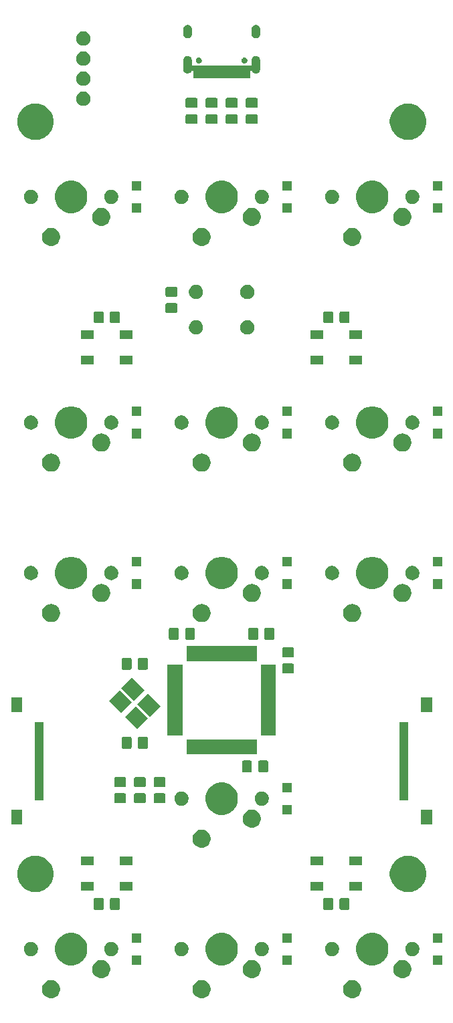
<source format=gbs>
G04 #@! TF.GenerationSoftware,KiCad,Pcbnew,5.1.5+dfsg1-2build2*
G04 #@! TF.CreationDate,2020-05-17T18:00:09-07:00*
G04 #@! TF.ProjectId,triad_center,74726961-645f-4636-956e-7465722e6b69,rev?*
G04 #@! TF.SameCoordinates,Original*
G04 #@! TF.FileFunction,Soldermask,Bot*
G04 #@! TF.FilePolarity,Negative*
%FSLAX46Y46*%
G04 Gerber Fmt 4.6, Leading zero omitted, Abs format (unit mm)*
G04 Created by KiCad (PCBNEW 5.1.5+dfsg1-2build2) date 2020-05-17 18:00:09*
%MOMM*%
%LPD*%
G04 APERTURE LIST*
%ADD10C,0.100000*%
G04 APERTURE END LIST*
D10*
G36*
X65084549Y-137076116D02*
G01*
X65195734Y-137098232D01*
X65405203Y-137184997D01*
X65593720Y-137310960D01*
X65754040Y-137471280D01*
X65880003Y-137659797D01*
X65966768Y-137869266D01*
X66011000Y-138091636D01*
X66011000Y-138318364D01*
X65966768Y-138540734D01*
X65880003Y-138750203D01*
X65754040Y-138938720D01*
X65593720Y-139099040D01*
X65405203Y-139225003D01*
X65195734Y-139311768D01*
X65084549Y-139333884D01*
X64973365Y-139356000D01*
X64746635Y-139356000D01*
X64635451Y-139333884D01*
X64524266Y-139311768D01*
X64314797Y-139225003D01*
X64126280Y-139099040D01*
X63965960Y-138938720D01*
X63839997Y-138750203D01*
X63753232Y-138540734D01*
X63709000Y-138318364D01*
X63709000Y-138091636D01*
X63753232Y-137869266D01*
X63839997Y-137659797D01*
X63965960Y-137471280D01*
X64126280Y-137310960D01*
X64314797Y-137184997D01*
X64524266Y-137098232D01*
X64635451Y-137076116D01*
X64746635Y-137054000D01*
X64973365Y-137054000D01*
X65084549Y-137076116D01*
G37*
G36*
X46034549Y-137076116D02*
G01*
X46145734Y-137098232D01*
X46355203Y-137184997D01*
X46543720Y-137310960D01*
X46704040Y-137471280D01*
X46830003Y-137659797D01*
X46916768Y-137869266D01*
X46961000Y-138091636D01*
X46961000Y-138318364D01*
X46916768Y-138540734D01*
X46830003Y-138750203D01*
X46704040Y-138938720D01*
X46543720Y-139099040D01*
X46355203Y-139225003D01*
X46145734Y-139311768D01*
X46034549Y-139333884D01*
X45923365Y-139356000D01*
X45696635Y-139356000D01*
X45585451Y-139333884D01*
X45474266Y-139311768D01*
X45264797Y-139225003D01*
X45076280Y-139099040D01*
X44915960Y-138938720D01*
X44789997Y-138750203D01*
X44703232Y-138540734D01*
X44659000Y-138318364D01*
X44659000Y-138091636D01*
X44703232Y-137869266D01*
X44789997Y-137659797D01*
X44915960Y-137471280D01*
X45076280Y-137310960D01*
X45264797Y-137184997D01*
X45474266Y-137098232D01*
X45585451Y-137076116D01*
X45696635Y-137054000D01*
X45923365Y-137054000D01*
X46034549Y-137076116D01*
G37*
G36*
X26984549Y-137076116D02*
G01*
X27095734Y-137098232D01*
X27305203Y-137184997D01*
X27493720Y-137310960D01*
X27654040Y-137471280D01*
X27780003Y-137659797D01*
X27866768Y-137869266D01*
X27911000Y-138091636D01*
X27911000Y-138318364D01*
X27866768Y-138540734D01*
X27780003Y-138750203D01*
X27654040Y-138938720D01*
X27493720Y-139099040D01*
X27305203Y-139225003D01*
X27095734Y-139311768D01*
X26984549Y-139333884D01*
X26873365Y-139356000D01*
X26646635Y-139356000D01*
X26535451Y-139333884D01*
X26424266Y-139311768D01*
X26214797Y-139225003D01*
X26026280Y-139099040D01*
X25865960Y-138938720D01*
X25739997Y-138750203D01*
X25653232Y-138540734D01*
X25609000Y-138318364D01*
X25609000Y-138091636D01*
X25653232Y-137869266D01*
X25739997Y-137659797D01*
X25865960Y-137471280D01*
X26026280Y-137310960D01*
X26214797Y-137184997D01*
X26424266Y-137098232D01*
X26535451Y-137076116D01*
X26646635Y-137054000D01*
X26873365Y-137054000D01*
X26984549Y-137076116D01*
G37*
G36*
X33334549Y-134536116D02*
G01*
X33445734Y-134558232D01*
X33655203Y-134644997D01*
X33843720Y-134770960D01*
X34004040Y-134931280D01*
X34011586Y-134942574D01*
X34130004Y-135119799D01*
X34153283Y-135176000D01*
X34216768Y-135329266D01*
X34261000Y-135551636D01*
X34261000Y-135778364D01*
X34216768Y-136000734D01*
X34130003Y-136210203D01*
X34004040Y-136398720D01*
X33843720Y-136559040D01*
X33655203Y-136685003D01*
X33445734Y-136771768D01*
X33334549Y-136793884D01*
X33223365Y-136816000D01*
X32996635Y-136816000D01*
X32885451Y-136793884D01*
X32774266Y-136771768D01*
X32564797Y-136685003D01*
X32376280Y-136559040D01*
X32215960Y-136398720D01*
X32089997Y-136210203D01*
X32003232Y-136000734D01*
X31959000Y-135778364D01*
X31959000Y-135551636D01*
X32003232Y-135329266D01*
X32066717Y-135176000D01*
X32089996Y-135119799D01*
X32208414Y-134942574D01*
X32215960Y-134931280D01*
X32376280Y-134770960D01*
X32564797Y-134644997D01*
X32774266Y-134558232D01*
X32885451Y-134536116D01*
X32996635Y-134514000D01*
X33223365Y-134514000D01*
X33334549Y-134536116D01*
G37*
G36*
X52384549Y-134536116D02*
G01*
X52495734Y-134558232D01*
X52705203Y-134644997D01*
X52893720Y-134770960D01*
X53054040Y-134931280D01*
X53061586Y-134942574D01*
X53180004Y-135119799D01*
X53203283Y-135176000D01*
X53266768Y-135329266D01*
X53311000Y-135551636D01*
X53311000Y-135778364D01*
X53266768Y-136000734D01*
X53180003Y-136210203D01*
X53054040Y-136398720D01*
X52893720Y-136559040D01*
X52705203Y-136685003D01*
X52495734Y-136771768D01*
X52384549Y-136793884D01*
X52273365Y-136816000D01*
X52046635Y-136816000D01*
X51935451Y-136793884D01*
X51824266Y-136771768D01*
X51614797Y-136685003D01*
X51426280Y-136559040D01*
X51265960Y-136398720D01*
X51139997Y-136210203D01*
X51053232Y-136000734D01*
X51009000Y-135778364D01*
X51009000Y-135551636D01*
X51053232Y-135329266D01*
X51116717Y-135176000D01*
X51139996Y-135119799D01*
X51258414Y-134942574D01*
X51265960Y-134931280D01*
X51426280Y-134770960D01*
X51614797Y-134644997D01*
X51824266Y-134558232D01*
X51935451Y-134536116D01*
X52046635Y-134514000D01*
X52273365Y-134514000D01*
X52384549Y-134536116D01*
G37*
G36*
X71434549Y-134536116D02*
G01*
X71545734Y-134558232D01*
X71755203Y-134644997D01*
X71943720Y-134770960D01*
X72104040Y-134931280D01*
X72111586Y-134942574D01*
X72230004Y-135119799D01*
X72253283Y-135176000D01*
X72316768Y-135329266D01*
X72361000Y-135551636D01*
X72361000Y-135778364D01*
X72316768Y-136000734D01*
X72230003Y-136210203D01*
X72104040Y-136398720D01*
X71943720Y-136559040D01*
X71755203Y-136685003D01*
X71545734Y-136771768D01*
X71434549Y-136793884D01*
X71323365Y-136816000D01*
X71096635Y-136816000D01*
X70985451Y-136793884D01*
X70874266Y-136771768D01*
X70664797Y-136685003D01*
X70476280Y-136559040D01*
X70315960Y-136398720D01*
X70189997Y-136210203D01*
X70103232Y-136000734D01*
X70059000Y-135778364D01*
X70059000Y-135551636D01*
X70103232Y-135329266D01*
X70166717Y-135176000D01*
X70189996Y-135119799D01*
X70308414Y-134942574D01*
X70315960Y-134931280D01*
X70476280Y-134770960D01*
X70664797Y-134644997D01*
X70874266Y-134558232D01*
X70985451Y-134536116D01*
X71096635Y-134514000D01*
X71323365Y-134514000D01*
X71434549Y-134536116D01*
G37*
G36*
X67998254Y-131152818D02*
G01*
X68371511Y-131307426D01*
X68371513Y-131307427D01*
X68707436Y-131531884D01*
X68993116Y-131817564D01*
X69217574Y-132153489D01*
X69372182Y-132526746D01*
X69451000Y-132922993D01*
X69451000Y-133327007D01*
X69372182Y-133723254D01*
X69217574Y-134096511D01*
X69217573Y-134096513D01*
X68993116Y-134432436D01*
X68707436Y-134718116D01*
X68371513Y-134942573D01*
X68371512Y-134942574D01*
X68371511Y-134942574D01*
X67998254Y-135097182D01*
X67602007Y-135176000D01*
X67197993Y-135176000D01*
X66801746Y-135097182D01*
X66428489Y-134942574D01*
X66428488Y-134942574D01*
X66428487Y-134942573D01*
X66092564Y-134718116D01*
X65806884Y-134432436D01*
X65582427Y-134096513D01*
X65582426Y-134096511D01*
X65427818Y-133723254D01*
X65349000Y-133327007D01*
X65349000Y-132922993D01*
X65427818Y-132526746D01*
X65582426Y-132153489D01*
X65806884Y-131817564D01*
X66092564Y-131531884D01*
X66428487Y-131307427D01*
X66428489Y-131307426D01*
X66801746Y-131152818D01*
X67197993Y-131074000D01*
X67602007Y-131074000D01*
X67998254Y-131152818D01*
G37*
G36*
X48948254Y-131152818D02*
G01*
X49321511Y-131307426D01*
X49321513Y-131307427D01*
X49657436Y-131531884D01*
X49943116Y-131817564D01*
X50167574Y-132153489D01*
X50322182Y-132526746D01*
X50401000Y-132922993D01*
X50401000Y-133327007D01*
X50322182Y-133723254D01*
X50167574Y-134096511D01*
X50167573Y-134096513D01*
X49943116Y-134432436D01*
X49657436Y-134718116D01*
X49321513Y-134942573D01*
X49321512Y-134942574D01*
X49321511Y-134942574D01*
X48948254Y-135097182D01*
X48552007Y-135176000D01*
X48147993Y-135176000D01*
X47751746Y-135097182D01*
X47378489Y-134942574D01*
X47378488Y-134942574D01*
X47378487Y-134942573D01*
X47042564Y-134718116D01*
X46756884Y-134432436D01*
X46532427Y-134096513D01*
X46532426Y-134096511D01*
X46377818Y-133723254D01*
X46299000Y-133327007D01*
X46299000Y-132922993D01*
X46377818Y-132526746D01*
X46532426Y-132153489D01*
X46756884Y-131817564D01*
X47042564Y-131531884D01*
X47378487Y-131307427D01*
X47378489Y-131307426D01*
X47751746Y-131152818D01*
X48147993Y-131074000D01*
X48552007Y-131074000D01*
X48948254Y-131152818D01*
G37*
G36*
X29898254Y-131152818D02*
G01*
X30271511Y-131307426D01*
X30271513Y-131307427D01*
X30607436Y-131531884D01*
X30893116Y-131817564D01*
X31117574Y-132153489D01*
X31272182Y-132526746D01*
X31351000Y-132922993D01*
X31351000Y-133327007D01*
X31272182Y-133723254D01*
X31117574Y-134096511D01*
X31117573Y-134096513D01*
X30893116Y-134432436D01*
X30607436Y-134718116D01*
X30271513Y-134942573D01*
X30271512Y-134942574D01*
X30271511Y-134942574D01*
X29898254Y-135097182D01*
X29502007Y-135176000D01*
X29097993Y-135176000D01*
X28701746Y-135097182D01*
X28328489Y-134942574D01*
X28328488Y-134942574D01*
X28328487Y-134942573D01*
X27992564Y-134718116D01*
X27706884Y-134432436D01*
X27482427Y-134096513D01*
X27482426Y-134096511D01*
X27327818Y-133723254D01*
X27249000Y-133327007D01*
X27249000Y-132922993D01*
X27327818Y-132526746D01*
X27482426Y-132153489D01*
X27706884Y-131817564D01*
X27992564Y-131531884D01*
X28328487Y-131307427D01*
X28328489Y-131307426D01*
X28701746Y-131152818D01*
X29097993Y-131074000D01*
X29502007Y-131074000D01*
X29898254Y-131152818D01*
G37*
G36*
X76263500Y-135126000D02*
G01*
X75061500Y-135126000D01*
X75061500Y-133924000D01*
X76263500Y-133924000D01*
X76263500Y-135126000D01*
G37*
G36*
X57213500Y-135126000D02*
G01*
X56011500Y-135126000D01*
X56011500Y-133924000D01*
X57213500Y-133924000D01*
X57213500Y-135126000D01*
G37*
G36*
X38163500Y-135126000D02*
G01*
X36961500Y-135126000D01*
X36961500Y-133924000D01*
X38163500Y-133924000D01*
X38163500Y-135126000D01*
G37*
G36*
X43383512Y-132228927D02*
G01*
X43532812Y-132258624D01*
X43696784Y-132326544D01*
X43844354Y-132425147D01*
X43969853Y-132550646D01*
X44068456Y-132698216D01*
X44136376Y-132862188D01*
X44171000Y-133036259D01*
X44171000Y-133213741D01*
X44136376Y-133387812D01*
X44068456Y-133551784D01*
X43969853Y-133699354D01*
X43844354Y-133824853D01*
X43696784Y-133923456D01*
X43532812Y-133991376D01*
X43383512Y-134021073D01*
X43358742Y-134026000D01*
X43181258Y-134026000D01*
X43156488Y-134021073D01*
X43007188Y-133991376D01*
X42843216Y-133923456D01*
X42695646Y-133824853D01*
X42570147Y-133699354D01*
X42471544Y-133551784D01*
X42403624Y-133387812D01*
X42369000Y-133213741D01*
X42369000Y-133036259D01*
X42403624Y-132862188D01*
X42471544Y-132698216D01*
X42570147Y-132550646D01*
X42695646Y-132425147D01*
X42843216Y-132326544D01*
X43007188Y-132258624D01*
X43156488Y-132228927D01*
X43181258Y-132224000D01*
X43358742Y-132224000D01*
X43383512Y-132228927D01*
G37*
G36*
X34493512Y-132228927D02*
G01*
X34642812Y-132258624D01*
X34806784Y-132326544D01*
X34954354Y-132425147D01*
X35079853Y-132550646D01*
X35178456Y-132698216D01*
X35246376Y-132862188D01*
X35281000Y-133036259D01*
X35281000Y-133213741D01*
X35246376Y-133387812D01*
X35178456Y-133551784D01*
X35079853Y-133699354D01*
X34954354Y-133824853D01*
X34806784Y-133923456D01*
X34642812Y-133991376D01*
X34493512Y-134021073D01*
X34468742Y-134026000D01*
X34291258Y-134026000D01*
X34266488Y-134021073D01*
X34117188Y-133991376D01*
X33953216Y-133923456D01*
X33805646Y-133824853D01*
X33680147Y-133699354D01*
X33581544Y-133551784D01*
X33513624Y-133387812D01*
X33479000Y-133213741D01*
X33479000Y-133036259D01*
X33513624Y-132862188D01*
X33581544Y-132698216D01*
X33680147Y-132550646D01*
X33805646Y-132425147D01*
X33953216Y-132326544D01*
X34117188Y-132258624D01*
X34266488Y-132228927D01*
X34291258Y-132224000D01*
X34468742Y-132224000D01*
X34493512Y-132228927D01*
G37*
G36*
X24333512Y-132228927D02*
G01*
X24482812Y-132258624D01*
X24646784Y-132326544D01*
X24794354Y-132425147D01*
X24919853Y-132550646D01*
X25018456Y-132698216D01*
X25086376Y-132862188D01*
X25121000Y-133036259D01*
X25121000Y-133213741D01*
X25086376Y-133387812D01*
X25018456Y-133551784D01*
X24919853Y-133699354D01*
X24794354Y-133824853D01*
X24646784Y-133923456D01*
X24482812Y-133991376D01*
X24333512Y-134021073D01*
X24308742Y-134026000D01*
X24131258Y-134026000D01*
X24106488Y-134021073D01*
X23957188Y-133991376D01*
X23793216Y-133923456D01*
X23645646Y-133824853D01*
X23520147Y-133699354D01*
X23421544Y-133551784D01*
X23353624Y-133387812D01*
X23319000Y-133213741D01*
X23319000Y-133036259D01*
X23353624Y-132862188D01*
X23421544Y-132698216D01*
X23520147Y-132550646D01*
X23645646Y-132425147D01*
X23793216Y-132326544D01*
X23957188Y-132258624D01*
X24106488Y-132228927D01*
X24131258Y-132224000D01*
X24308742Y-132224000D01*
X24333512Y-132228927D01*
G37*
G36*
X53543512Y-132228927D02*
G01*
X53692812Y-132258624D01*
X53856784Y-132326544D01*
X54004354Y-132425147D01*
X54129853Y-132550646D01*
X54228456Y-132698216D01*
X54296376Y-132862188D01*
X54331000Y-133036259D01*
X54331000Y-133213741D01*
X54296376Y-133387812D01*
X54228456Y-133551784D01*
X54129853Y-133699354D01*
X54004354Y-133824853D01*
X53856784Y-133923456D01*
X53692812Y-133991376D01*
X53543512Y-134021073D01*
X53518742Y-134026000D01*
X53341258Y-134026000D01*
X53316488Y-134021073D01*
X53167188Y-133991376D01*
X53003216Y-133923456D01*
X52855646Y-133824853D01*
X52730147Y-133699354D01*
X52631544Y-133551784D01*
X52563624Y-133387812D01*
X52529000Y-133213741D01*
X52529000Y-133036259D01*
X52563624Y-132862188D01*
X52631544Y-132698216D01*
X52730147Y-132550646D01*
X52855646Y-132425147D01*
X53003216Y-132326544D01*
X53167188Y-132258624D01*
X53316488Y-132228927D01*
X53341258Y-132224000D01*
X53518742Y-132224000D01*
X53543512Y-132228927D01*
G37*
G36*
X72593512Y-132228927D02*
G01*
X72742812Y-132258624D01*
X72906784Y-132326544D01*
X73054354Y-132425147D01*
X73179853Y-132550646D01*
X73278456Y-132698216D01*
X73346376Y-132862188D01*
X73381000Y-133036259D01*
X73381000Y-133213741D01*
X73346376Y-133387812D01*
X73278456Y-133551784D01*
X73179853Y-133699354D01*
X73054354Y-133824853D01*
X72906784Y-133923456D01*
X72742812Y-133991376D01*
X72593512Y-134021073D01*
X72568742Y-134026000D01*
X72391258Y-134026000D01*
X72366488Y-134021073D01*
X72217188Y-133991376D01*
X72053216Y-133923456D01*
X71905646Y-133824853D01*
X71780147Y-133699354D01*
X71681544Y-133551784D01*
X71613624Y-133387812D01*
X71579000Y-133213741D01*
X71579000Y-133036259D01*
X71613624Y-132862188D01*
X71681544Y-132698216D01*
X71780147Y-132550646D01*
X71905646Y-132425147D01*
X72053216Y-132326544D01*
X72217188Y-132258624D01*
X72366488Y-132228927D01*
X72391258Y-132224000D01*
X72568742Y-132224000D01*
X72593512Y-132228927D01*
G37*
G36*
X62433512Y-132228927D02*
G01*
X62582812Y-132258624D01*
X62746784Y-132326544D01*
X62894354Y-132425147D01*
X63019853Y-132550646D01*
X63118456Y-132698216D01*
X63186376Y-132862188D01*
X63221000Y-133036259D01*
X63221000Y-133213741D01*
X63186376Y-133387812D01*
X63118456Y-133551784D01*
X63019853Y-133699354D01*
X62894354Y-133824853D01*
X62746784Y-133923456D01*
X62582812Y-133991376D01*
X62433512Y-134021073D01*
X62408742Y-134026000D01*
X62231258Y-134026000D01*
X62206488Y-134021073D01*
X62057188Y-133991376D01*
X61893216Y-133923456D01*
X61745646Y-133824853D01*
X61620147Y-133699354D01*
X61521544Y-133551784D01*
X61453624Y-133387812D01*
X61419000Y-133213741D01*
X61419000Y-133036259D01*
X61453624Y-132862188D01*
X61521544Y-132698216D01*
X61620147Y-132550646D01*
X61745646Y-132425147D01*
X61893216Y-132326544D01*
X62057188Y-132258624D01*
X62206488Y-132228927D01*
X62231258Y-132224000D01*
X62408742Y-132224000D01*
X62433512Y-132228927D01*
G37*
G36*
X38163500Y-132326000D02*
G01*
X36961500Y-132326000D01*
X36961500Y-131124000D01*
X38163500Y-131124000D01*
X38163500Y-132326000D01*
G37*
G36*
X76263500Y-132326000D02*
G01*
X75061500Y-132326000D01*
X75061500Y-131124000D01*
X76263500Y-131124000D01*
X76263500Y-132326000D01*
G37*
G36*
X57213500Y-132326000D02*
G01*
X56011500Y-132326000D01*
X56011500Y-131124000D01*
X57213500Y-131124000D01*
X57213500Y-132326000D01*
G37*
G36*
X33263674Y-126663465D02*
G01*
X33301367Y-126674899D01*
X33336103Y-126693466D01*
X33366548Y-126718452D01*
X33391534Y-126748897D01*
X33410101Y-126783633D01*
X33421535Y-126821326D01*
X33426000Y-126866661D01*
X33426000Y-127953339D01*
X33421535Y-127998674D01*
X33410101Y-128036367D01*
X33391534Y-128071103D01*
X33366548Y-128101548D01*
X33336103Y-128126534D01*
X33301367Y-128145101D01*
X33263674Y-128156535D01*
X33218339Y-128161000D01*
X32381661Y-128161000D01*
X32336326Y-128156535D01*
X32298633Y-128145101D01*
X32263897Y-128126534D01*
X32233452Y-128101548D01*
X32208466Y-128071103D01*
X32189899Y-128036367D01*
X32178465Y-127998674D01*
X32174000Y-127953339D01*
X32174000Y-126866661D01*
X32178465Y-126821326D01*
X32189899Y-126783633D01*
X32208466Y-126748897D01*
X32233452Y-126718452D01*
X32263897Y-126693466D01*
X32298633Y-126674899D01*
X32336326Y-126663465D01*
X32381661Y-126659000D01*
X33218339Y-126659000D01*
X33263674Y-126663465D01*
G37*
G36*
X35313674Y-126663465D02*
G01*
X35351367Y-126674899D01*
X35386103Y-126693466D01*
X35416548Y-126718452D01*
X35441534Y-126748897D01*
X35460101Y-126783633D01*
X35471535Y-126821326D01*
X35476000Y-126866661D01*
X35476000Y-127953339D01*
X35471535Y-127998674D01*
X35460101Y-128036367D01*
X35441534Y-128071103D01*
X35416548Y-128101548D01*
X35386103Y-128126534D01*
X35351367Y-128145101D01*
X35313674Y-128156535D01*
X35268339Y-128161000D01*
X34431661Y-128161000D01*
X34386326Y-128156535D01*
X34348633Y-128145101D01*
X34313897Y-128126534D01*
X34283452Y-128101548D01*
X34258466Y-128071103D01*
X34239899Y-128036367D01*
X34228465Y-127998674D01*
X34224000Y-127953339D01*
X34224000Y-126866661D01*
X34228465Y-126821326D01*
X34239899Y-126783633D01*
X34258466Y-126748897D01*
X34283452Y-126718452D01*
X34313897Y-126693466D01*
X34348633Y-126674899D01*
X34386326Y-126663465D01*
X34431661Y-126659000D01*
X35268339Y-126659000D01*
X35313674Y-126663465D01*
G37*
G36*
X64363674Y-126663465D02*
G01*
X64401367Y-126674899D01*
X64436103Y-126693466D01*
X64466548Y-126718452D01*
X64491534Y-126748897D01*
X64510101Y-126783633D01*
X64521535Y-126821326D01*
X64526000Y-126866661D01*
X64526000Y-127953339D01*
X64521535Y-127998674D01*
X64510101Y-128036367D01*
X64491534Y-128071103D01*
X64466548Y-128101548D01*
X64436103Y-128126534D01*
X64401367Y-128145101D01*
X64363674Y-128156535D01*
X64318339Y-128161000D01*
X63481661Y-128161000D01*
X63436326Y-128156535D01*
X63398633Y-128145101D01*
X63363897Y-128126534D01*
X63333452Y-128101548D01*
X63308466Y-128071103D01*
X63289899Y-128036367D01*
X63278465Y-127998674D01*
X63274000Y-127953339D01*
X63274000Y-126866661D01*
X63278465Y-126821326D01*
X63289899Y-126783633D01*
X63308466Y-126748897D01*
X63333452Y-126718452D01*
X63363897Y-126693466D01*
X63398633Y-126674899D01*
X63436326Y-126663465D01*
X63481661Y-126659000D01*
X64318339Y-126659000D01*
X64363674Y-126663465D01*
G37*
G36*
X62313674Y-126663465D02*
G01*
X62351367Y-126674899D01*
X62386103Y-126693466D01*
X62416548Y-126718452D01*
X62441534Y-126748897D01*
X62460101Y-126783633D01*
X62471535Y-126821326D01*
X62476000Y-126866661D01*
X62476000Y-127953339D01*
X62471535Y-127998674D01*
X62460101Y-128036367D01*
X62441534Y-128071103D01*
X62416548Y-128101548D01*
X62386103Y-128126534D01*
X62351367Y-128145101D01*
X62313674Y-128156535D01*
X62268339Y-128161000D01*
X61431661Y-128161000D01*
X61386326Y-128156535D01*
X61348633Y-128145101D01*
X61313897Y-128126534D01*
X61283452Y-128101548D01*
X61258466Y-128071103D01*
X61239899Y-128036367D01*
X61228465Y-127998674D01*
X61224000Y-127953339D01*
X61224000Y-126866661D01*
X61228465Y-126821326D01*
X61239899Y-126783633D01*
X61258466Y-126748897D01*
X61283452Y-126718452D01*
X61313897Y-126693466D01*
X61348633Y-126674899D01*
X61386326Y-126663465D01*
X61431661Y-126659000D01*
X62268339Y-126659000D01*
X62313674Y-126663465D01*
G37*
G36*
X72373903Y-121343213D02*
G01*
X72596177Y-121387426D01*
X73014932Y-121560880D01*
X73391802Y-121812696D01*
X73712304Y-122133198D01*
X73964120Y-122510068D01*
X74137574Y-122928823D01*
X74226000Y-123373371D01*
X74226000Y-123826629D01*
X74137574Y-124271177D01*
X73964120Y-124689932D01*
X73712304Y-125066802D01*
X73391802Y-125387304D01*
X73014932Y-125639120D01*
X72596177Y-125812574D01*
X72373903Y-125856787D01*
X72151630Y-125901000D01*
X71698370Y-125901000D01*
X71476097Y-125856787D01*
X71253823Y-125812574D01*
X70835068Y-125639120D01*
X70458198Y-125387304D01*
X70137696Y-125066802D01*
X69885880Y-124689932D01*
X69712426Y-124271177D01*
X69624000Y-123826629D01*
X69624000Y-123373371D01*
X69712426Y-122928823D01*
X69885880Y-122510068D01*
X70137696Y-122133198D01*
X70458198Y-121812696D01*
X70835068Y-121560880D01*
X71253823Y-121387426D01*
X71476097Y-121343213D01*
X71698370Y-121299000D01*
X72151630Y-121299000D01*
X72373903Y-121343213D01*
G37*
G36*
X25223903Y-121343213D02*
G01*
X25446177Y-121387426D01*
X25864932Y-121560880D01*
X26241802Y-121812696D01*
X26562304Y-122133198D01*
X26814120Y-122510068D01*
X26987574Y-122928823D01*
X27076000Y-123373371D01*
X27076000Y-123826629D01*
X26987574Y-124271177D01*
X26814120Y-124689932D01*
X26562304Y-125066802D01*
X26241802Y-125387304D01*
X25864932Y-125639120D01*
X25446177Y-125812574D01*
X25223903Y-125856787D01*
X25001630Y-125901000D01*
X24548370Y-125901000D01*
X24326097Y-125856787D01*
X24103823Y-125812574D01*
X23685068Y-125639120D01*
X23308198Y-125387304D01*
X22987696Y-125066802D01*
X22735880Y-124689932D01*
X22562426Y-124271177D01*
X22474000Y-123826629D01*
X22474000Y-123373371D01*
X22562426Y-122928823D01*
X22735880Y-122510068D01*
X22987696Y-122133198D01*
X23308198Y-121812696D01*
X23685068Y-121560880D01*
X24103823Y-121387426D01*
X24326097Y-121343213D01*
X24548370Y-121299000D01*
X25001630Y-121299000D01*
X25223903Y-121343213D01*
G37*
G36*
X32176000Y-125751000D02*
G01*
X30574000Y-125751000D01*
X30574000Y-124649000D01*
X32176000Y-124649000D01*
X32176000Y-125751000D01*
G37*
G36*
X66126000Y-125751000D02*
G01*
X64524000Y-125751000D01*
X64524000Y-124649000D01*
X66126000Y-124649000D01*
X66126000Y-125751000D01*
G37*
G36*
X61226000Y-125751000D02*
G01*
X59624000Y-125751000D01*
X59624000Y-124649000D01*
X61226000Y-124649000D01*
X61226000Y-125751000D01*
G37*
G36*
X37076000Y-125751000D02*
G01*
X35474000Y-125751000D01*
X35474000Y-124649000D01*
X37076000Y-124649000D01*
X37076000Y-125751000D01*
G37*
G36*
X61226000Y-122551000D02*
G01*
X59624000Y-122551000D01*
X59624000Y-121449000D01*
X61226000Y-121449000D01*
X61226000Y-122551000D01*
G37*
G36*
X32176000Y-122551000D02*
G01*
X30574000Y-122551000D01*
X30574000Y-121449000D01*
X32176000Y-121449000D01*
X32176000Y-122551000D01*
G37*
G36*
X66126000Y-122551000D02*
G01*
X64524000Y-122551000D01*
X64524000Y-121449000D01*
X66126000Y-121449000D01*
X66126000Y-122551000D01*
G37*
G36*
X37076000Y-122551000D02*
G01*
X35474000Y-122551000D01*
X35474000Y-121449000D01*
X37076000Y-121449000D01*
X37076000Y-122551000D01*
G37*
G36*
X46034549Y-118026116D02*
G01*
X46145734Y-118048232D01*
X46355203Y-118134997D01*
X46543720Y-118260960D01*
X46704040Y-118421280D01*
X46830003Y-118609797D01*
X46916768Y-118819266D01*
X46961000Y-119041636D01*
X46961000Y-119268364D01*
X46916768Y-119490734D01*
X46830003Y-119700203D01*
X46704040Y-119888720D01*
X46543720Y-120049040D01*
X46355203Y-120175003D01*
X46145734Y-120261768D01*
X46034549Y-120283884D01*
X45923365Y-120306000D01*
X45696635Y-120306000D01*
X45585451Y-120283884D01*
X45474266Y-120261768D01*
X45264797Y-120175003D01*
X45076280Y-120049040D01*
X44915960Y-119888720D01*
X44789997Y-119700203D01*
X44703232Y-119490734D01*
X44659000Y-119268364D01*
X44659000Y-119041636D01*
X44703232Y-118819266D01*
X44789997Y-118609797D01*
X44915960Y-118421280D01*
X45076280Y-118260960D01*
X45264797Y-118134997D01*
X45474266Y-118048232D01*
X45585451Y-118026116D01*
X45696635Y-118004000D01*
X45923365Y-118004000D01*
X46034549Y-118026116D01*
G37*
G36*
X52384549Y-115486116D02*
G01*
X52495734Y-115508232D01*
X52705203Y-115594997D01*
X52893720Y-115720960D01*
X53054040Y-115881280D01*
X53061586Y-115892574D01*
X53180004Y-116069799D01*
X53203283Y-116126000D01*
X53266768Y-116279266D01*
X53311000Y-116501636D01*
X53311000Y-116728364D01*
X53266768Y-116950734D01*
X53180003Y-117160203D01*
X53054040Y-117348720D01*
X52893720Y-117509040D01*
X52705203Y-117635003D01*
X52495734Y-117721768D01*
X52384549Y-117743884D01*
X52273365Y-117766000D01*
X52046635Y-117766000D01*
X51935451Y-117743884D01*
X51824266Y-117721768D01*
X51614797Y-117635003D01*
X51426280Y-117509040D01*
X51265960Y-117348720D01*
X51139997Y-117160203D01*
X51053232Y-116950734D01*
X51009000Y-116728364D01*
X51009000Y-116501636D01*
X51053232Y-116279266D01*
X51116717Y-116126000D01*
X51139996Y-116069799D01*
X51258414Y-115892574D01*
X51265960Y-115881280D01*
X51426280Y-115720960D01*
X51614797Y-115594997D01*
X51824266Y-115508232D01*
X51935451Y-115486116D01*
X52046635Y-115464000D01*
X52273365Y-115464000D01*
X52384549Y-115486116D01*
G37*
G36*
X74976000Y-117363000D02*
G01*
X73574000Y-117363000D01*
X73574000Y-115496000D01*
X74976000Y-115496000D01*
X74976000Y-117363000D01*
G37*
G36*
X23126000Y-117363000D02*
G01*
X21724000Y-117363000D01*
X21724000Y-115496000D01*
X23126000Y-115496000D01*
X23126000Y-117363000D01*
G37*
G36*
X48948254Y-112102818D02*
G01*
X49321511Y-112257426D01*
X49321513Y-112257427D01*
X49507837Y-112381925D01*
X49657436Y-112481884D01*
X49943116Y-112767564D01*
X50167574Y-113103489D01*
X50322182Y-113476746D01*
X50401000Y-113872993D01*
X50401000Y-114277007D01*
X50322182Y-114673254D01*
X50167574Y-115046511D01*
X50167573Y-115046513D01*
X49943116Y-115382436D01*
X49657436Y-115668116D01*
X49321513Y-115892573D01*
X49321512Y-115892574D01*
X49321511Y-115892574D01*
X48948254Y-116047182D01*
X48552007Y-116126000D01*
X48147993Y-116126000D01*
X47751746Y-116047182D01*
X47378489Y-115892574D01*
X47378488Y-115892574D01*
X47378487Y-115892573D01*
X47042564Y-115668116D01*
X46756884Y-115382436D01*
X46532427Y-115046513D01*
X46532426Y-115046511D01*
X46377818Y-114673254D01*
X46299000Y-114277007D01*
X46299000Y-113872993D01*
X46377818Y-113476746D01*
X46532426Y-113103489D01*
X46756884Y-112767564D01*
X47042564Y-112481884D01*
X47192163Y-112381925D01*
X47378487Y-112257427D01*
X47378489Y-112257426D01*
X47751746Y-112102818D01*
X48147993Y-112024000D01*
X48552007Y-112024000D01*
X48948254Y-112102818D01*
G37*
G36*
X57213500Y-116076000D02*
G01*
X56011500Y-116076000D01*
X56011500Y-114874000D01*
X57213500Y-114874000D01*
X57213500Y-116076000D01*
G37*
G36*
X43383512Y-113178927D02*
G01*
X43532812Y-113208624D01*
X43696784Y-113276544D01*
X43844354Y-113375147D01*
X43969853Y-113500646D01*
X44068456Y-113648216D01*
X44136376Y-113812188D01*
X44171000Y-113986259D01*
X44171000Y-114163741D01*
X44136376Y-114337812D01*
X44068456Y-114501784D01*
X43969853Y-114649354D01*
X43844354Y-114774853D01*
X43696784Y-114873456D01*
X43532812Y-114941376D01*
X43383512Y-114971073D01*
X43358742Y-114976000D01*
X43181258Y-114976000D01*
X43156488Y-114971073D01*
X43007188Y-114941376D01*
X42843216Y-114873456D01*
X42695646Y-114774853D01*
X42570147Y-114649354D01*
X42471544Y-114501784D01*
X42403624Y-114337812D01*
X42369000Y-114163741D01*
X42369000Y-113986259D01*
X42403624Y-113812188D01*
X42471544Y-113648216D01*
X42570147Y-113500646D01*
X42695646Y-113375147D01*
X42843216Y-113276544D01*
X43007188Y-113208624D01*
X43156488Y-113178927D01*
X43181258Y-113174000D01*
X43358742Y-113174000D01*
X43383512Y-113178927D01*
G37*
G36*
X53543512Y-113178927D02*
G01*
X53692812Y-113208624D01*
X53856784Y-113276544D01*
X54004354Y-113375147D01*
X54129853Y-113500646D01*
X54228456Y-113648216D01*
X54296376Y-113812188D01*
X54331000Y-113986259D01*
X54331000Y-114163741D01*
X54296376Y-114337812D01*
X54228456Y-114501784D01*
X54129853Y-114649354D01*
X54004354Y-114774853D01*
X53856784Y-114873456D01*
X53692812Y-114941376D01*
X53543512Y-114971073D01*
X53518742Y-114976000D01*
X53341258Y-114976000D01*
X53316488Y-114971073D01*
X53167188Y-114941376D01*
X53003216Y-114873456D01*
X52855646Y-114774853D01*
X52730147Y-114649354D01*
X52631544Y-114501784D01*
X52563624Y-114337812D01*
X52529000Y-114163741D01*
X52529000Y-113986259D01*
X52563624Y-113812188D01*
X52631544Y-113648216D01*
X52730147Y-113500646D01*
X52855646Y-113375147D01*
X53003216Y-113276544D01*
X53167188Y-113208624D01*
X53316488Y-113178927D01*
X53341258Y-113174000D01*
X53518742Y-113174000D01*
X53543512Y-113178927D01*
G37*
G36*
X36088674Y-113403465D02*
G01*
X36126367Y-113414899D01*
X36161103Y-113433466D01*
X36191548Y-113458452D01*
X36216534Y-113488897D01*
X36235101Y-113523633D01*
X36246535Y-113561326D01*
X36251000Y-113606661D01*
X36251000Y-114443339D01*
X36246535Y-114488674D01*
X36235101Y-114526367D01*
X36216534Y-114561103D01*
X36191548Y-114591548D01*
X36161103Y-114616534D01*
X36126367Y-114635101D01*
X36088674Y-114646535D01*
X36043339Y-114651000D01*
X34956661Y-114651000D01*
X34911326Y-114646535D01*
X34873633Y-114635101D01*
X34838897Y-114616534D01*
X34808452Y-114591548D01*
X34783466Y-114561103D01*
X34764899Y-114526367D01*
X34753465Y-114488674D01*
X34749000Y-114443339D01*
X34749000Y-113606661D01*
X34753465Y-113561326D01*
X34764899Y-113523633D01*
X34783466Y-113488897D01*
X34808452Y-113458452D01*
X34838897Y-113433466D01*
X34873633Y-113414899D01*
X34911326Y-113403465D01*
X34956661Y-113399000D01*
X36043339Y-113399000D01*
X36088674Y-113403465D01*
G37*
G36*
X38588674Y-113403465D02*
G01*
X38626367Y-113414899D01*
X38661103Y-113433466D01*
X38691548Y-113458452D01*
X38716534Y-113488897D01*
X38735101Y-113523633D01*
X38746535Y-113561326D01*
X38751000Y-113606661D01*
X38751000Y-114443339D01*
X38746535Y-114488674D01*
X38735101Y-114526367D01*
X38716534Y-114561103D01*
X38691548Y-114591548D01*
X38661103Y-114616534D01*
X38626367Y-114635101D01*
X38588674Y-114646535D01*
X38543339Y-114651000D01*
X37456661Y-114651000D01*
X37411326Y-114646535D01*
X37373633Y-114635101D01*
X37338897Y-114616534D01*
X37308452Y-114591548D01*
X37283466Y-114561103D01*
X37264899Y-114526367D01*
X37253465Y-114488674D01*
X37249000Y-114443339D01*
X37249000Y-113606661D01*
X37253465Y-113561326D01*
X37264899Y-113523633D01*
X37283466Y-113488897D01*
X37308452Y-113458452D01*
X37338897Y-113433466D01*
X37373633Y-113414899D01*
X37411326Y-113403465D01*
X37456661Y-113399000D01*
X38543339Y-113399000D01*
X38588674Y-113403465D01*
G37*
G36*
X41088674Y-113403465D02*
G01*
X41126367Y-113414899D01*
X41161103Y-113433466D01*
X41191548Y-113458452D01*
X41216534Y-113488897D01*
X41235101Y-113523633D01*
X41246535Y-113561326D01*
X41251000Y-113606661D01*
X41251000Y-114443339D01*
X41246535Y-114488674D01*
X41235101Y-114526367D01*
X41216534Y-114561103D01*
X41191548Y-114591548D01*
X41161103Y-114616534D01*
X41126367Y-114635101D01*
X41088674Y-114646535D01*
X41043339Y-114651000D01*
X39956661Y-114651000D01*
X39911326Y-114646535D01*
X39873633Y-114635101D01*
X39838897Y-114616534D01*
X39808452Y-114591548D01*
X39783466Y-114561103D01*
X39764899Y-114526367D01*
X39753465Y-114488674D01*
X39749000Y-114443339D01*
X39749000Y-113606661D01*
X39753465Y-113561326D01*
X39764899Y-113523633D01*
X39783466Y-113488897D01*
X39808452Y-113458452D01*
X39838897Y-113433466D01*
X39873633Y-113414899D01*
X39911326Y-113403465D01*
X39956661Y-113399000D01*
X41043339Y-113399000D01*
X41088674Y-113403465D01*
G37*
G36*
X71976000Y-114263000D02*
G01*
X70874000Y-114263000D01*
X70874000Y-104361000D01*
X71976000Y-104361000D01*
X71976000Y-114263000D01*
G37*
G36*
X25826000Y-114263000D02*
G01*
X24724000Y-114263000D01*
X24724000Y-104361000D01*
X25826000Y-104361000D01*
X25826000Y-114263000D01*
G37*
G36*
X57213500Y-113276000D02*
G01*
X56011500Y-113276000D01*
X56011500Y-112074000D01*
X57213500Y-112074000D01*
X57213500Y-113276000D01*
G37*
G36*
X41088674Y-111353465D02*
G01*
X41126367Y-111364899D01*
X41161103Y-111383466D01*
X41191548Y-111408452D01*
X41216534Y-111438897D01*
X41235101Y-111473633D01*
X41246535Y-111511326D01*
X41251000Y-111556661D01*
X41251000Y-112393339D01*
X41246535Y-112438674D01*
X41235101Y-112476367D01*
X41216534Y-112511103D01*
X41191548Y-112541548D01*
X41161103Y-112566534D01*
X41126367Y-112585101D01*
X41088674Y-112596535D01*
X41043339Y-112601000D01*
X39956661Y-112601000D01*
X39911326Y-112596535D01*
X39873633Y-112585101D01*
X39838897Y-112566534D01*
X39808452Y-112541548D01*
X39783466Y-112511103D01*
X39764899Y-112476367D01*
X39753465Y-112438674D01*
X39749000Y-112393339D01*
X39749000Y-111556661D01*
X39753465Y-111511326D01*
X39764899Y-111473633D01*
X39783466Y-111438897D01*
X39808452Y-111408452D01*
X39838897Y-111383466D01*
X39873633Y-111364899D01*
X39911326Y-111353465D01*
X39956661Y-111349000D01*
X41043339Y-111349000D01*
X41088674Y-111353465D01*
G37*
G36*
X38588674Y-111353465D02*
G01*
X38626367Y-111364899D01*
X38661103Y-111383466D01*
X38691548Y-111408452D01*
X38716534Y-111438897D01*
X38735101Y-111473633D01*
X38746535Y-111511326D01*
X38751000Y-111556661D01*
X38751000Y-112393339D01*
X38746535Y-112438674D01*
X38735101Y-112476367D01*
X38716534Y-112511103D01*
X38691548Y-112541548D01*
X38661103Y-112566534D01*
X38626367Y-112585101D01*
X38588674Y-112596535D01*
X38543339Y-112601000D01*
X37456661Y-112601000D01*
X37411326Y-112596535D01*
X37373633Y-112585101D01*
X37338897Y-112566534D01*
X37308452Y-112541548D01*
X37283466Y-112511103D01*
X37264899Y-112476367D01*
X37253465Y-112438674D01*
X37249000Y-112393339D01*
X37249000Y-111556661D01*
X37253465Y-111511326D01*
X37264899Y-111473633D01*
X37283466Y-111438897D01*
X37308452Y-111408452D01*
X37338897Y-111383466D01*
X37373633Y-111364899D01*
X37411326Y-111353465D01*
X37456661Y-111349000D01*
X38543339Y-111349000D01*
X38588674Y-111353465D01*
G37*
G36*
X36088674Y-111353465D02*
G01*
X36126367Y-111364899D01*
X36161103Y-111383466D01*
X36191548Y-111408452D01*
X36216534Y-111438897D01*
X36235101Y-111473633D01*
X36246535Y-111511326D01*
X36251000Y-111556661D01*
X36251000Y-112393339D01*
X36246535Y-112438674D01*
X36235101Y-112476367D01*
X36216534Y-112511103D01*
X36191548Y-112541548D01*
X36161103Y-112566534D01*
X36126367Y-112585101D01*
X36088674Y-112596535D01*
X36043339Y-112601000D01*
X34956661Y-112601000D01*
X34911326Y-112596535D01*
X34873633Y-112585101D01*
X34838897Y-112566534D01*
X34808452Y-112541548D01*
X34783466Y-112511103D01*
X34764899Y-112476367D01*
X34753465Y-112438674D01*
X34749000Y-112393339D01*
X34749000Y-111556661D01*
X34753465Y-111511326D01*
X34764899Y-111473633D01*
X34783466Y-111438897D01*
X34808452Y-111408452D01*
X34838897Y-111383466D01*
X34873633Y-111364899D01*
X34911326Y-111353465D01*
X34956661Y-111349000D01*
X36043339Y-111349000D01*
X36088674Y-111353465D01*
G37*
G36*
X54063674Y-109253465D02*
G01*
X54101367Y-109264899D01*
X54136103Y-109283466D01*
X54166548Y-109308452D01*
X54191534Y-109338897D01*
X54210101Y-109373633D01*
X54221535Y-109411326D01*
X54226000Y-109456661D01*
X54226000Y-110543339D01*
X54221535Y-110588674D01*
X54210101Y-110626367D01*
X54191534Y-110661103D01*
X54166548Y-110691548D01*
X54136103Y-110716534D01*
X54101367Y-110735101D01*
X54063674Y-110746535D01*
X54018339Y-110751000D01*
X53181661Y-110751000D01*
X53136326Y-110746535D01*
X53098633Y-110735101D01*
X53063897Y-110716534D01*
X53033452Y-110691548D01*
X53008466Y-110661103D01*
X52989899Y-110626367D01*
X52978465Y-110588674D01*
X52974000Y-110543339D01*
X52974000Y-109456661D01*
X52978465Y-109411326D01*
X52989899Y-109373633D01*
X53008466Y-109338897D01*
X53033452Y-109308452D01*
X53063897Y-109283466D01*
X53098633Y-109264899D01*
X53136326Y-109253465D01*
X53181661Y-109249000D01*
X54018339Y-109249000D01*
X54063674Y-109253465D01*
G37*
G36*
X52013674Y-109253465D02*
G01*
X52051367Y-109264899D01*
X52086103Y-109283466D01*
X52116548Y-109308452D01*
X52141534Y-109338897D01*
X52160101Y-109373633D01*
X52171535Y-109411326D01*
X52176000Y-109456661D01*
X52176000Y-110543339D01*
X52171535Y-110588674D01*
X52160101Y-110626367D01*
X52141534Y-110661103D01*
X52116548Y-110691548D01*
X52086103Y-110716534D01*
X52051367Y-110735101D01*
X52013674Y-110746535D01*
X51968339Y-110751000D01*
X51131661Y-110751000D01*
X51086326Y-110746535D01*
X51048633Y-110735101D01*
X51013897Y-110716534D01*
X50983452Y-110691548D01*
X50958466Y-110661103D01*
X50939899Y-110626367D01*
X50928465Y-110588674D01*
X50924000Y-110543339D01*
X50924000Y-109456661D01*
X50928465Y-109411326D01*
X50939899Y-109373633D01*
X50958466Y-109338897D01*
X50983452Y-109308452D01*
X51013897Y-109283466D01*
X51048633Y-109264899D01*
X51086326Y-109253465D01*
X51131661Y-109249000D01*
X51968339Y-109249000D01*
X52013674Y-109253465D01*
G37*
G36*
X52800000Y-108450000D02*
G01*
X43900000Y-108450000D01*
X43900000Y-106550000D01*
X52800000Y-106550000D01*
X52800000Y-108450000D01*
G37*
G36*
X36788674Y-106253465D02*
G01*
X36826367Y-106264899D01*
X36861103Y-106283466D01*
X36891548Y-106308452D01*
X36916534Y-106338897D01*
X36935101Y-106373633D01*
X36946535Y-106411326D01*
X36951000Y-106456661D01*
X36951000Y-107543339D01*
X36946535Y-107588674D01*
X36935101Y-107626367D01*
X36916534Y-107661103D01*
X36891548Y-107691548D01*
X36861103Y-107716534D01*
X36826367Y-107735101D01*
X36788674Y-107746535D01*
X36743339Y-107751000D01*
X35906661Y-107751000D01*
X35861326Y-107746535D01*
X35823633Y-107735101D01*
X35788897Y-107716534D01*
X35758452Y-107691548D01*
X35733466Y-107661103D01*
X35714899Y-107626367D01*
X35703465Y-107588674D01*
X35699000Y-107543339D01*
X35699000Y-106456661D01*
X35703465Y-106411326D01*
X35714899Y-106373633D01*
X35733466Y-106338897D01*
X35758452Y-106308452D01*
X35788897Y-106283466D01*
X35823633Y-106264899D01*
X35861326Y-106253465D01*
X35906661Y-106249000D01*
X36743339Y-106249000D01*
X36788674Y-106253465D01*
G37*
G36*
X38838674Y-106253465D02*
G01*
X38876367Y-106264899D01*
X38911103Y-106283466D01*
X38941548Y-106308452D01*
X38966534Y-106338897D01*
X38985101Y-106373633D01*
X38996535Y-106411326D01*
X39001000Y-106456661D01*
X39001000Y-107543339D01*
X38996535Y-107588674D01*
X38985101Y-107626367D01*
X38966534Y-107661103D01*
X38941548Y-107691548D01*
X38911103Y-107716534D01*
X38876367Y-107735101D01*
X38838674Y-107746535D01*
X38793339Y-107751000D01*
X37956661Y-107751000D01*
X37911326Y-107746535D01*
X37873633Y-107735101D01*
X37838897Y-107716534D01*
X37808452Y-107691548D01*
X37783466Y-107661103D01*
X37764899Y-107626367D01*
X37753465Y-107588674D01*
X37749000Y-107543339D01*
X37749000Y-106456661D01*
X37753465Y-106411326D01*
X37764899Y-106373633D01*
X37783466Y-106338897D01*
X37808452Y-106308452D01*
X37838897Y-106283466D01*
X37873633Y-106264899D01*
X37911326Y-106253465D01*
X37956661Y-106249000D01*
X38793339Y-106249000D01*
X38838674Y-106253465D01*
G37*
G36*
X55200000Y-106050000D02*
G01*
X53300000Y-106050000D01*
X53300000Y-97150000D01*
X55200000Y-97150000D01*
X55200000Y-106050000D01*
G37*
G36*
X43400000Y-106050000D02*
G01*
X41500000Y-106050000D01*
X41500000Y-97150000D01*
X43400000Y-97150000D01*
X43400000Y-106050000D01*
G37*
G36*
X39048470Y-103909188D02*
G01*
X37703553Y-105254105D01*
X36146504Y-103697056D01*
X37491421Y-102352139D01*
X39048470Y-103909188D01*
G37*
G36*
X40604105Y-102353553D02*
G01*
X39259188Y-103698470D01*
X37702139Y-102141421D01*
X39047056Y-100796504D01*
X40604105Y-102353553D01*
G37*
G36*
X36997861Y-101858579D02*
G01*
X35652944Y-103203496D01*
X34095895Y-101646447D01*
X35440812Y-100301530D01*
X36997861Y-101858579D01*
G37*
G36*
X23126000Y-103128000D02*
G01*
X21724000Y-103128000D01*
X21724000Y-101261000D01*
X23126000Y-101261000D01*
X23126000Y-103128000D01*
G37*
G36*
X74976000Y-103128000D02*
G01*
X73574000Y-103128000D01*
X73574000Y-101261000D01*
X74976000Y-101261000D01*
X74976000Y-103128000D01*
G37*
G36*
X38553496Y-100302944D02*
G01*
X37208579Y-101647861D01*
X35651530Y-100090812D01*
X36996447Y-98745895D01*
X38553496Y-100302944D01*
G37*
G36*
X57338674Y-96978465D02*
G01*
X57376367Y-96989899D01*
X57411103Y-97008466D01*
X57441548Y-97033452D01*
X57466534Y-97063897D01*
X57485101Y-97098633D01*
X57496535Y-97136326D01*
X57501000Y-97181661D01*
X57501000Y-98018339D01*
X57496535Y-98063674D01*
X57485101Y-98101367D01*
X57466534Y-98136103D01*
X57441548Y-98166548D01*
X57411103Y-98191534D01*
X57376367Y-98210101D01*
X57338674Y-98221535D01*
X57293339Y-98226000D01*
X56206661Y-98226000D01*
X56161326Y-98221535D01*
X56123633Y-98210101D01*
X56088897Y-98191534D01*
X56058452Y-98166548D01*
X56033466Y-98136103D01*
X56014899Y-98101367D01*
X56003465Y-98063674D01*
X55999000Y-98018339D01*
X55999000Y-97181661D01*
X56003465Y-97136326D01*
X56014899Y-97098633D01*
X56033466Y-97063897D01*
X56058452Y-97033452D01*
X56088897Y-97008466D01*
X56123633Y-96989899D01*
X56161326Y-96978465D01*
X56206661Y-96974000D01*
X57293339Y-96974000D01*
X57338674Y-96978465D01*
G37*
G36*
X38838674Y-96253465D02*
G01*
X38876367Y-96264899D01*
X38911103Y-96283466D01*
X38941548Y-96308452D01*
X38966534Y-96338897D01*
X38985101Y-96373633D01*
X38996535Y-96411326D01*
X39001000Y-96456661D01*
X39001000Y-97543339D01*
X38996535Y-97588674D01*
X38985101Y-97626367D01*
X38966534Y-97661103D01*
X38941548Y-97691548D01*
X38911103Y-97716534D01*
X38876367Y-97735101D01*
X38838674Y-97746535D01*
X38793339Y-97751000D01*
X37956661Y-97751000D01*
X37911326Y-97746535D01*
X37873633Y-97735101D01*
X37838897Y-97716534D01*
X37808452Y-97691548D01*
X37783466Y-97661103D01*
X37764899Y-97626367D01*
X37753465Y-97588674D01*
X37749000Y-97543339D01*
X37749000Y-96456661D01*
X37753465Y-96411326D01*
X37764899Y-96373633D01*
X37783466Y-96338897D01*
X37808452Y-96308452D01*
X37838897Y-96283466D01*
X37873633Y-96264899D01*
X37911326Y-96253465D01*
X37956661Y-96249000D01*
X38793339Y-96249000D01*
X38838674Y-96253465D01*
G37*
G36*
X36788674Y-96253465D02*
G01*
X36826367Y-96264899D01*
X36861103Y-96283466D01*
X36891548Y-96308452D01*
X36916534Y-96338897D01*
X36935101Y-96373633D01*
X36946535Y-96411326D01*
X36951000Y-96456661D01*
X36951000Y-97543339D01*
X36946535Y-97588674D01*
X36935101Y-97626367D01*
X36916534Y-97661103D01*
X36891548Y-97691548D01*
X36861103Y-97716534D01*
X36826367Y-97735101D01*
X36788674Y-97746535D01*
X36743339Y-97751000D01*
X35906661Y-97751000D01*
X35861326Y-97746535D01*
X35823633Y-97735101D01*
X35788897Y-97716534D01*
X35758452Y-97691548D01*
X35733466Y-97661103D01*
X35714899Y-97626367D01*
X35703465Y-97588674D01*
X35699000Y-97543339D01*
X35699000Y-96456661D01*
X35703465Y-96411326D01*
X35714899Y-96373633D01*
X35733466Y-96338897D01*
X35758452Y-96308452D01*
X35788897Y-96283466D01*
X35823633Y-96264899D01*
X35861326Y-96253465D01*
X35906661Y-96249000D01*
X36743339Y-96249000D01*
X36788674Y-96253465D01*
G37*
G36*
X52800000Y-96650000D02*
G01*
X43900000Y-96650000D01*
X43900000Y-94750000D01*
X52800000Y-94750000D01*
X52800000Y-96650000D01*
G37*
G36*
X57338674Y-94928465D02*
G01*
X57376367Y-94939899D01*
X57411103Y-94958466D01*
X57441548Y-94983452D01*
X57466534Y-95013897D01*
X57485101Y-95048633D01*
X57496535Y-95086326D01*
X57501000Y-95131661D01*
X57501000Y-95968339D01*
X57496535Y-96013674D01*
X57485101Y-96051367D01*
X57466534Y-96086103D01*
X57441548Y-96116548D01*
X57411103Y-96141534D01*
X57376367Y-96160101D01*
X57338674Y-96171535D01*
X57293339Y-96176000D01*
X56206661Y-96176000D01*
X56161326Y-96171535D01*
X56123633Y-96160101D01*
X56088897Y-96141534D01*
X56058452Y-96116548D01*
X56033466Y-96086103D01*
X56014899Y-96051367D01*
X56003465Y-96013674D01*
X55999000Y-95968339D01*
X55999000Y-95131661D01*
X56003465Y-95086326D01*
X56014899Y-95048633D01*
X56033466Y-95013897D01*
X56058452Y-94983452D01*
X56088897Y-94958466D01*
X56123633Y-94939899D01*
X56161326Y-94928465D01*
X56206661Y-94924000D01*
X57293339Y-94924000D01*
X57338674Y-94928465D01*
G37*
G36*
X52813674Y-92453465D02*
G01*
X52851367Y-92464899D01*
X52886103Y-92483466D01*
X52916548Y-92508452D01*
X52941534Y-92538897D01*
X52960101Y-92573633D01*
X52971535Y-92611326D01*
X52976000Y-92656661D01*
X52976000Y-93743339D01*
X52971535Y-93788674D01*
X52960101Y-93826367D01*
X52941534Y-93861103D01*
X52916548Y-93891548D01*
X52886103Y-93916534D01*
X52851367Y-93935101D01*
X52813674Y-93946535D01*
X52768339Y-93951000D01*
X51931661Y-93951000D01*
X51886326Y-93946535D01*
X51848633Y-93935101D01*
X51813897Y-93916534D01*
X51783452Y-93891548D01*
X51758466Y-93861103D01*
X51739899Y-93826367D01*
X51728465Y-93788674D01*
X51724000Y-93743339D01*
X51724000Y-92656661D01*
X51728465Y-92611326D01*
X51739899Y-92573633D01*
X51758466Y-92538897D01*
X51783452Y-92508452D01*
X51813897Y-92483466D01*
X51848633Y-92464899D01*
X51886326Y-92453465D01*
X51931661Y-92449000D01*
X52768339Y-92449000D01*
X52813674Y-92453465D01*
G37*
G36*
X42763674Y-92453465D02*
G01*
X42801367Y-92464899D01*
X42836103Y-92483466D01*
X42866548Y-92508452D01*
X42891534Y-92538897D01*
X42910101Y-92573633D01*
X42921535Y-92611326D01*
X42926000Y-92656661D01*
X42926000Y-93743339D01*
X42921535Y-93788674D01*
X42910101Y-93826367D01*
X42891534Y-93861103D01*
X42866548Y-93891548D01*
X42836103Y-93916534D01*
X42801367Y-93935101D01*
X42763674Y-93946535D01*
X42718339Y-93951000D01*
X41881661Y-93951000D01*
X41836326Y-93946535D01*
X41798633Y-93935101D01*
X41763897Y-93916534D01*
X41733452Y-93891548D01*
X41708466Y-93861103D01*
X41689899Y-93826367D01*
X41678465Y-93788674D01*
X41674000Y-93743339D01*
X41674000Y-92656661D01*
X41678465Y-92611326D01*
X41689899Y-92573633D01*
X41708466Y-92538897D01*
X41733452Y-92508452D01*
X41763897Y-92483466D01*
X41798633Y-92464899D01*
X41836326Y-92453465D01*
X41881661Y-92449000D01*
X42718339Y-92449000D01*
X42763674Y-92453465D01*
G37*
G36*
X44813674Y-92453465D02*
G01*
X44851367Y-92464899D01*
X44886103Y-92483466D01*
X44916548Y-92508452D01*
X44941534Y-92538897D01*
X44960101Y-92573633D01*
X44971535Y-92611326D01*
X44976000Y-92656661D01*
X44976000Y-93743339D01*
X44971535Y-93788674D01*
X44960101Y-93826367D01*
X44941534Y-93861103D01*
X44916548Y-93891548D01*
X44886103Y-93916534D01*
X44851367Y-93935101D01*
X44813674Y-93946535D01*
X44768339Y-93951000D01*
X43931661Y-93951000D01*
X43886326Y-93946535D01*
X43848633Y-93935101D01*
X43813897Y-93916534D01*
X43783452Y-93891548D01*
X43758466Y-93861103D01*
X43739899Y-93826367D01*
X43728465Y-93788674D01*
X43724000Y-93743339D01*
X43724000Y-92656661D01*
X43728465Y-92611326D01*
X43739899Y-92573633D01*
X43758466Y-92538897D01*
X43783452Y-92508452D01*
X43813897Y-92483466D01*
X43848633Y-92464899D01*
X43886326Y-92453465D01*
X43931661Y-92449000D01*
X44768339Y-92449000D01*
X44813674Y-92453465D01*
G37*
G36*
X54863674Y-92453465D02*
G01*
X54901367Y-92464899D01*
X54936103Y-92483466D01*
X54966548Y-92508452D01*
X54991534Y-92538897D01*
X55010101Y-92573633D01*
X55021535Y-92611326D01*
X55026000Y-92656661D01*
X55026000Y-93743339D01*
X55021535Y-93788674D01*
X55010101Y-93826367D01*
X54991534Y-93861103D01*
X54966548Y-93891548D01*
X54936103Y-93916534D01*
X54901367Y-93935101D01*
X54863674Y-93946535D01*
X54818339Y-93951000D01*
X53981661Y-93951000D01*
X53936326Y-93946535D01*
X53898633Y-93935101D01*
X53863897Y-93916534D01*
X53833452Y-93891548D01*
X53808466Y-93861103D01*
X53789899Y-93826367D01*
X53778465Y-93788674D01*
X53774000Y-93743339D01*
X53774000Y-92656661D01*
X53778465Y-92611326D01*
X53789899Y-92573633D01*
X53808466Y-92538897D01*
X53833452Y-92508452D01*
X53863897Y-92483466D01*
X53898633Y-92464899D01*
X53936326Y-92453465D01*
X53981661Y-92449000D01*
X54818339Y-92449000D01*
X54863674Y-92453465D01*
G37*
G36*
X65084549Y-89451116D02*
G01*
X65195734Y-89473232D01*
X65405203Y-89559997D01*
X65593720Y-89685960D01*
X65754040Y-89846280D01*
X65880003Y-90034797D01*
X65966768Y-90244266D01*
X66011000Y-90466636D01*
X66011000Y-90693364D01*
X65966768Y-90915734D01*
X65880003Y-91125203D01*
X65754040Y-91313720D01*
X65593720Y-91474040D01*
X65405203Y-91600003D01*
X65195734Y-91686768D01*
X65084549Y-91708884D01*
X64973365Y-91731000D01*
X64746635Y-91731000D01*
X64635451Y-91708884D01*
X64524266Y-91686768D01*
X64314797Y-91600003D01*
X64126280Y-91474040D01*
X63965960Y-91313720D01*
X63839997Y-91125203D01*
X63753232Y-90915734D01*
X63709000Y-90693364D01*
X63709000Y-90466636D01*
X63753232Y-90244266D01*
X63839997Y-90034797D01*
X63965960Y-89846280D01*
X64126280Y-89685960D01*
X64314797Y-89559997D01*
X64524266Y-89473232D01*
X64635451Y-89451116D01*
X64746635Y-89429000D01*
X64973365Y-89429000D01*
X65084549Y-89451116D01*
G37*
G36*
X26984549Y-89451116D02*
G01*
X27095734Y-89473232D01*
X27305203Y-89559997D01*
X27493720Y-89685960D01*
X27654040Y-89846280D01*
X27780003Y-90034797D01*
X27866768Y-90244266D01*
X27911000Y-90466636D01*
X27911000Y-90693364D01*
X27866768Y-90915734D01*
X27780003Y-91125203D01*
X27654040Y-91313720D01*
X27493720Y-91474040D01*
X27305203Y-91600003D01*
X27095734Y-91686768D01*
X26984549Y-91708884D01*
X26873365Y-91731000D01*
X26646635Y-91731000D01*
X26535451Y-91708884D01*
X26424266Y-91686768D01*
X26214797Y-91600003D01*
X26026280Y-91474040D01*
X25865960Y-91313720D01*
X25739997Y-91125203D01*
X25653232Y-90915734D01*
X25609000Y-90693364D01*
X25609000Y-90466636D01*
X25653232Y-90244266D01*
X25739997Y-90034797D01*
X25865960Y-89846280D01*
X26026280Y-89685960D01*
X26214797Y-89559997D01*
X26424266Y-89473232D01*
X26535451Y-89451116D01*
X26646635Y-89429000D01*
X26873365Y-89429000D01*
X26984549Y-89451116D01*
G37*
G36*
X46034549Y-89451116D02*
G01*
X46145734Y-89473232D01*
X46355203Y-89559997D01*
X46543720Y-89685960D01*
X46704040Y-89846280D01*
X46830003Y-90034797D01*
X46916768Y-90244266D01*
X46961000Y-90466636D01*
X46961000Y-90693364D01*
X46916768Y-90915734D01*
X46830003Y-91125203D01*
X46704040Y-91313720D01*
X46543720Y-91474040D01*
X46355203Y-91600003D01*
X46145734Y-91686768D01*
X46034549Y-91708884D01*
X45923365Y-91731000D01*
X45696635Y-91731000D01*
X45585451Y-91708884D01*
X45474266Y-91686768D01*
X45264797Y-91600003D01*
X45076280Y-91474040D01*
X44915960Y-91313720D01*
X44789997Y-91125203D01*
X44703232Y-90915734D01*
X44659000Y-90693364D01*
X44659000Y-90466636D01*
X44703232Y-90244266D01*
X44789997Y-90034797D01*
X44915960Y-89846280D01*
X45076280Y-89685960D01*
X45264797Y-89559997D01*
X45474266Y-89473232D01*
X45585451Y-89451116D01*
X45696635Y-89429000D01*
X45923365Y-89429000D01*
X46034549Y-89451116D01*
G37*
G36*
X33334549Y-86911116D02*
G01*
X33445734Y-86933232D01*
X33655203Y-87019997D01*
X33843720Y-87145960D01*
X34004040Y-87306280D01*
X34011586Y-87317574D01*
X34130004Y-87494799D01*
X34153283Y-87551000D01*
X34216768Y-87704266D01*
X34261000Y-87926636D01*
X34261000Y-88153364D01*
X34216768Y-88375734D01*
X34130003Y-88585203D01*
X34004040Y-88773720D01*
X33843720Y-88934040D01*
X33655203Y-89060003D01*
X33445734Y-89146768D01*
X33334549Y-89168884D01*
X33223365Y-89191000D01*
X32996635Y-89191000D01*
X32885451Y-89168884D01*
X32774266Y-89146768D01*
X32564797Y-89060003D01*
X32376280Y-88934040D01*
X32215960Y-88773720D01*
X32089997Y-88585203D01*
X32003232Y-88375734D01*
X31959000Y-88153364D01*
X31959000Y-87926636D01*
X32003232Y-87704266D01*
X32066717Y-87551000D01*
X32089996Y-87494799D01*
X32208414Y-87317574D01*
X32215960Y-87306280D01*
X32376280Y-87145960D01*
X32564797Y-87019997D01*
X32774266Y-86933232D01*
X32885451Y-86911116D01*
X32996635Y-86889000D01*
X33223365Y-86889000D01*
X33334549Y-86911116D01*
G37*
G36*
X71434549Y-86911116D02*
G01*
X71545734Y-86933232D01*
X71755203Y-87019997D01*
X71943720Y-87145960D01*
X72104040Y-87306280D01*
X72111586Y-87317574D01*
X72230004Y-87494799D01*
X72253283Y-87551000D01*
X72316768Y-87704266D01*
X72361000Y-87926636D01*
X72361000Y-88153364D01*
X72316768Y-88375734D01*
X72230003Y-88585203D01*
X72104040Y-88773720D01*
X71943720Y-88934040D01*
X71755203Y-89060003D01*
X71545734Y-89146768D01*
X71434549Y-89168884D01*
X71323365Y-89191000D01*
X71096635Y-89191000D01*
X70985451Y-89168884D01*
X70874266Y-89146768D01*
X70664797Y-89060003D01*
X70476280Y-88934040D01*
X70315960Y-88773720D01*
X70189997Y-88585203D01*
X70103232Y-88375734D01*
X70059000Y-88153364D01*
X70059000Y-87926636D01*
X70103232Y-87704266D01*
X70166717Y-87551000D01*
X70189996Y-87494799D01*
X70308414Y-87317574D01*
X70315960Y-87306280D01*
X70476280Y-87145960D01*
X70664797Y-87019997D01*
X70874266Y-86933232D01*
X70985451Y-86911116D01*
X71096635Y-86889000D01*
X71323365Y-86889000D01*
X71434549Y-86911116D01*
G37*
G36*
X52384549Y-86911116D02*
G01*
X52495734Y-86933232D01*
X52705203Y-87019997D01*
X52893720Y-87145960D01*
X53054040Y-87306280D01*
X53061586Y-87317574D01*
X53180004Y-87494799D01*
X53203283Y-87551000D01*
X53266768Y-87704266D01*
X53311000Y-87926636D01*
X53311000Y-88153364D01*
X53266768Y-88375734D01*
X53180003Y-88585203D01*
X53054040Y-88773720D01*
X52893720Y-88934040D01*
X52705203Y-89060003D01*
X52495734Y-89146768D01*
X52384549Y-89168884D01*
X52273365Y-89191000D01*
X52046635Y-89191000D01*
X51935451Y-89168884D01*
X51824266Y-89146768D01*
X51614797Y-89060003D01*
X51426280Y-88934040D01*
X51265960Y-88773720D01*
X51139997Y-88585203D01*
X51053232Y-88375734D01*
X51009000Y-88153364D01*
X51009000Y-87926636D01*
X51053232Y-87704266D01*
X51116717Y-87551000D01*
X51139996Y-87494799D01*
X51258414Y-87317574D01*
X51265960Y-87306280D01*
X51426280Y-87145960D01*
X51614797Y-87019997D01*
X51824266Y-86933232D01*
X51935451Y-86911116D01*
X52046635Y-86889000D01*
X52273365Y-86889000D01*
X52384549Y-86911116D01*
G37*
G36*
X48948254Y-83527818D02*
G01*
X49321511Y-83682426D01*
X49321513Y-83682427D01*
X49657436Y-83906884D01*
X49943116Y-84192564D01*
X50167574Y-84528489D01*
X50322182Y-84901746D01*
X50401000Y-85297993D01*
X50401000Y-85702007D01*
X50322182Y-86098254D01*
X50167574Y-86471511D01*
X50167573Y-86471513D01*
X49943116Y-86807436D01*
X49657436Y-87093116D01*
X49321513Y-87317573D01*
X49321512Y-87317574D01*
X49321511Y-87317574D01*
X48948254Y-87472182D01*
X48552007Y-87551000D01*
X48147993Y-87551000D01*
X47751746Y-87472182D01*
X47378489Y-87317574D01*
X47378488Y-87317574D01*
X47378487Y-87317573D01*
X47042564Y-87093116D01*
X46756884Y-86807436D01*
X46532427Y-86471513D01*
X46532426Y-86471511D01*
X46377818Y-86098254D01*
X46299000Y-85702007D01*
X46299000Y-85297993D01*
X46377818Y-84901746D01*
X46532426Y-84528489D01*
X46756884Y-84192564D01*
X47042564Y-83906884D01*
X47378487Y-83682427D01*
X47378489Y-83682426D01*
X47751746Y-83527818D01*
X48147993Y-83449000D01*
X48552007Y-83449000D01*
X48948254Y-83527818D01*
G37*
G36*
X67998254Y-83527818D02*
G01*
X68371511Y-83682426D01*
X68371513Y-83682427D01*
X68707436Y-83906884D01*
X68993116Y-84192564D01*
X69217574Y-84528489D01*
X69372182Y-84901746D01*
X69451000Y-85297993D01*
X69451000Y-85702007D01*
X69372182Y-86098254D01*
X69217574Y-86471511D01*
X69217573Y-86471513D01*
X68993116Y-86807436D01*
X68707436Y-87093116D01*
X68371513Y-87317573D01*
X68371512Y-87317574D01*
X68371511Y-87317574D01*
X67998254Y-87472182D01*
X67602007Y-87551000D01*
X67197993Y-87551000D01*
X66801746Y-87472182D01*
X66428489Y-87317574D01*
X66428488Y-87317574D01*
X66428487Y-87317573D01*
X66092564Y-87093116D01*
X65806884Y-86807436D01*
X65582427Y-86471513D01*
X65582426Y-86471511D01*
X65427818Y-86098254D01*
X65349000Y-85702007D01*
X65349000Y-85297993D01*
X65427818Y-84901746D01*
X65582426Y-84528489D01*
X65806884Y-84192564D01*
X66092564Y-83906884D01*
X66428487Y-83682427D01*
X66428489Y-83682426D01*
X66801746Y-83527818D01*
X67197993Y-83449000D01*
X67602007Y-83449000D01*
X67998254Y-83527818D01*
G37*
G36*
X29898254Y-83527818D02*
G01*
X30271511Y-83682426D01*
X30271513Y-83682427D01*
X30607436Y-83906884D01*
X30893116Y-84192564D01*
X31117574Y-84528489D01*
X31272182Y-84901746D01*
X31351000Y-85297993D01*
X31351000Y-85702007D01*
X31272182Y-86098254D01*
X31117574Y-86471511D01*
X31117573Y-86471513D01*
X30893116Y-86807436D01*
X30607436Y-87093116D01*
X30271513Y-87317573D01*
X30271512Y-87317574D01*
X30271511Y-87317574D01*
X29898254Y-87472182D01*
X29502007Y-87551000D01*
X29097993Y-87551000D01*
X28701746Y-87472182D01*
X28328489Y-87317574D01*
X28328488Y-87317574D01*
X28328487Y-87317573D01*
X27992564Y-87093116D01*
X27706884Y-86807436D01*
X27482427Y-86471513D01*
X27482426Y-86471511D01*
X27327818Y-86098254D01*
X27249000Y-85702007D01*
X27249000Y-85297993D01*
X27327818Y-84901746D01*
X27482426Y-84528489D01*
X27706884Y-84192564D01*
X27992564Y-83906884D01*
X28328487Y-83682427D01*
X28328489Y-83682426D01*
X28701746Y-83527818D01*
X29097993Y-83449000D01*
X29502007Y-83449000D01*
X29898254Y-83527818D01*
G37*
G36*
X57213500Y-87501000D02*
G01*
X56011500Y-87501000D01*
X56011500Y-86299000D01*
X57213500Y-86299000D01*
X57213500Y-87501000D01*
G37*
G36*
X76263500Y-87501000D02*
G01*
X75061500Y-87501000D01*
X75061500Y-86299000D01*
X76263500Y-86299000D01*
X76263500Y-87501000D01*
G37*
G36*
X38163500Y-87501000D02*
G01*
X36961500Y-87501000D01*
X36961500Y-86299000D01*
X38163500Y-86299000D01*
X38163500Y-87501000D01*
G37*
G36*
X24333512Y-84603927D02*
G01*
X24482812Y-84633624D01*
X24646784Y-84701544D01*
X24794354Y-84800147D01*
X24919853Y-84925646D01*
X25018456Y-85073216D01*
X25086376Y-85237188D01*
X25121000Y-85411259D01*
X25121000Y-85588741D01*
X25086376Y-85762812D01*
X25018456Y-85926784D01*
X24919853Y-86074354D01*
X24794354Y-86199853D01*
X24646784Y-86298456D01*
X24482812Y-86366376D01*
X24333512Y-86396073D01*
X24308742Y-86401000D01*
X24131258Y-86401000D01*
X24106488Y-86396073D01*
X23957188Y-86366376D01*
X23793216Y-86298456D01*
X23645646Y-86199853D01*
X23520147Y-86074354D01*
X23421544Y-85926784D01*
X23353624Y-85762812D01*
X23319000Y-85588741D01*
X23319000Y-85411259D01*
X23353624Y-85237188D01*
X23421544Y-85073216D01*
X23520147Y-84925646D01*
X23645646Y-84800147D01*
X23793216Y-84701544D01*
X23957188Y-84633624D01*
X24106488Y-84603927D01*
X24131258Y-84599000D01*
X24308742Y-84599000D01*
X24333512Y-84603927D01*
G37*
G36*
X34493512Y-84603927D02*
G01*
X34642812Y-84633624D01*
X34806784Y-84701544D01*
X34954354Y-84800147D01*
X35079853Y-84925646D01*
X35178456Y-85073216D01*
X35246376Y-85237188D01*
X35281000Y-85411259D01*
X35281000Y-85588741D01*
X35246376Y-85762812D01*
X35178456Y-85926784D01*
X35079853Y-86074354D01*
X34954354Y-86199853D01*
X34806784Y-86298456D01*
X34642812Y-86366376D01*
X34493512Y-86396073D01*
X34468742Y-86401000D01*
X34291258Y-86401000D01*
X34266488Y-86396073D01*
X34117188Y-86366376D01*
X33953216Y-86298456D01*
X33805646Y-86199853D01*
X33680147Y-86074354D01*
X33581544Y-85926784D01*
X33513624Y-85762812D01*
X33479000Y-85588741D01*
X33479000Y-85411259D01*
X33513624Y-85237188D01*
X33581544Y-85073216D01*
X33680147Y-84925646D01*
X33805646Y-84800147D01*
X33953216Y-84701544D01*
X34117188Y-84633624D01*
X34266488Y-84603927D01*
X34291258Y-84599000D01*
X34468742Y-84599000D01*
X34493512Y-84603927D01*
G37*
G36*
X43383512Y-84603927D02*
G01*
X43532812Y-84633624D01*
X43696784Y-84701544D01*
X43844354Y-84800147D01*
X43969853Y-84925646D01*
X44068456Y-85073216D01*
X44136376Y-85237188D01*
X44171000Y-85411259D01*
X44171000Y-85588741D01*
X44136376Y-85762812D01*
X44068456Y-85926784D01*
X43969853Y-86074354D01*
X43844354Y-86199853D01*
X43696784Y-86298456D01*
X43532812Y-86366376D01*
X43383512Y-86396073D01*
X43358742Y-86401000D01*
X43181258Y-86401000D01*
X43156488Y-86396073D01*
X43007188Y-86366376D01*
X42843216Y-86298456D01*
X42695646Y-86199853D01*
X42570147Y-86074354D01*
X42471544Y-85926784D01*
X42403624Y-85762812D01*
X42369000Y-85588741D01*
X42369000Y-85411259D01*
X42403624Y-85237188D01*
X42471544Y-85073216D01*
X42570147Y-84925646D01*
X42695646Y-84800147D01*
X42843216Y-84701544D01*
X43007188Y-84633624D01*
X43156488Y-84603927D01*
X43181258Y-84599000D01*
X43358742Y-84599000D01*
X43383512Y-84603927D01*
G37*
G36*
X53543512Y-84603927D02*
G01*
X53692812Y-84633624D01*
X53856784Y-84701544D01*
X54004354Y-84800147D01*
X54129853Y-84925646D01*
X54228456Y-85073216D01*
X54296376Y-85237188D01*
X54331000Y-85411259D01*
X54331000Y-85588741D01*
X54296376Y-85762812D01*
X54228456Y-85926784D01*
X54129853Y-86074354D01*
X54004354Y-86199853D01*
X53856784Y-86298456D01*
X53692812Y-86366376D01*
X53543512Y-86396073D01*
X53518742Y-86401000D01*
X53341258Y-86401000D01*
X53316488Y-86396073D01*
X53167188Y-86366376D01*
X53003216Y-86298456D01*
X52855646Y-86199853D01*
X52730147Y-86074354D01*
X52631544Y-85926784D01*
X52563624Y-85762812D01*
X52529000Y-85588741D01*
X52529000Y-85411259D01*
X52563624Y-85237188D01*
X52631544Y-85073216D01*
X52730147Y-84925646D01*
X52855646Y-84800147D01*
X53003216Y-84701544D01*
X53167188Y-84633624D01*
X53316488Y-84603927D01*
X53341258Y-84599000D01*
X53518742Y-84599000D01*
X53543512Y-84603927D01*
G37*
G36*
X62433512Y-84603927D02*
G01*
X62582812Y-84633624D01*
X62746784Y-84701544D01*
X62894354Y-84800147D01*
X63019853Y-84925646D01*
X63118456Y-85073216D01*
X63186376Y-85237188D01*
X63221000Y-85411259D01*
X63221000Y-85588741D01*
X63186376Y-85762812D01*
X63118456Y-85926784D01*
X63019853Y-86074354D01*
X62894354Y-86199853D01*
X62746784Y-86298456D01*
X62582812Y-86366376D01*
X62433512Y-86396073D01*
X62408742Y-86401000D01*
X62231258Y-86401000D01*
X62206488Y-86396073D01*
X62057188Y-86366376D01*
X61893216Y-86298456D01*
X61745646Y-86199853D01*
X61620147Y-86074354D01*
X61521544Y-85926784D01*
X61453624Y-85762812D01*
X61419000Y-85588741D01*
X61419000Y-85411259D01*
X61453624Y-85237188D01*
X61521544Y-85073216D01*
X61620147Y-84925646D01*
X61745646Y-84800147D01*
X61893216Y-84701544D01*
X62057188Y-84633624D01*
X62206488Y-84603927D01*
X62231258Y-84599000D01*
X62408742Y-84599000D01*
X62433512Y-84603927D01*
G37*
G36*
X72593512Y-84603927D02*
G01*
X72742812Y-84633624D01*
X72906784Y-84701544D01*
X73054354Y-84800147D01*
X73179853Y-84925646D01*
X73278456Y-85073216D01*
X73346376Y-85237188D01*
X73381000Y-85411259D01*
X73381000Y-85588741D01*
X73346376Y-85762812D01*
X73278456Y-85926784D01*
X73179853Y-86074354D01*
X73054354Y-86199853D01*
X72906784Y-86298456D01*
X72742812Y-86366376D01*
X72593512Y-86396073D01*
X72568742Y-86401000D01*
X72391258Y-86401000D01*
X72366488Y-86396073D01*
X72217188Y-86366376D01*
X72053216Y-86298456D01*
X71905646Y-86199853D01*
X71780147Y-86074354D01*
X71681544Y-85926784D01*
X71613624Y-85762812D01*
X71579000Y-85588741D01*
X71579000Y-85411259D01*
X71613624Y-85237188D01*
X71681544Y-85073216D01*
X71780147Y-84925646D01*
X71905646Y-84800147D01*
X72053216Y-84701544D01*
X72217188Y-84633624D01*
X72366488Y-84603927D01*
X72391258Y-84599000D01*
X72568742Y-84599000D01*
X72593512Y-84603927D01*
G37*
G36*
X57213500Y-84701000D02*
G01*
X56011500Y-84701000D01*
X56011500Y-83499000D01*
X57213500Y-83499000D01*
X57213500Y-84701000D01*
G37*
G36*
X38163500Y-84701000D02*
G01*
X36961500Y-84701000D01*
X36961500Y-83499000D01*
X38163500Y-83499000D01*
X38163500Y-84701000D01*
G37*
G36*
X76263500Y-84701000D02*
G01*
X75061500Y-84701000D01*
X75061500Y-83499000D01*
X76263500Y-83499000D01*
X76263500Y-84701000D01*
G37*
G36*
X26984549Y-70401116D02*
G01*
X27095734Y-70423232D01*
X27305203Y-70509997D01*
X27493720Y-70635960D01*
X27654040Y-70796280D01*
X27780003Y-70984797D01*
X27866768Y-71194266D01*
X27911000Y-71416636D01*
X27911000Y-71643364D01*
X27866768Y-71865734D01*
X27780003Y-72075203D01*
X27654040Y-72263720D01*
X27493720Y-72424040D01*
X27305203Y-72550003D01*
X27095734Y-72636768D01*
X26984549Y-72658884D01*
X26873365Y-72681000D01*
X26646635Y-72681000D01*
X26535451Y-72658884D01*
X26424266Y-72636768D01*
X26214797Y-72550003D01*
X26026280Y-72424040D01*
X25865960Y-72263720D01*
X25739997Y-72075203D01*
X25653232Y-71865734D01*
X25609000Y-71643364D01*
X25609000Y-71416636D01*
X25653232Y-71194266D01*
X25739997Y-70984797D01*
X25865960Y-70796280D01*
X26026280Y-70635960D01*
X26214797Y-70509997D01*
X26424266Y-70423232D01*
X26535451Y-70401116D01*
X26646635Y-70379000D01*
X26873365Y-70379000D01*
X26984549Y-70401116D01*
G37*
G36*
X65084549Y-70401116D02*
G01*
X65195734Y-70423232D01*
X65405203Y-70509997D01*
X65593720Y-70635960D01*
X65754040Y-70796280D01*
X65880003Y-70984797D01*
X65966768Y-71194266D01*
X66011000Y-71416636D01*
X66011000Y-71643364D01*
X65966768Y-71865734D01*
X65880003Y-72075203D01*
X65754040Y-72263720D01*
X65593720Y-72424040D01*
X65405203Y-72550003D01*
X65195734Y-72636768D01*
X65084549Y-72658884D01*
X64973365Y-72681000D01*
X64746635Y-72681000D01*
X64635451Y-72658884D01*
X64524266Y-72636768D01*
X64314797Y-72550003D01*
X64126280Y-72424040D01*
X63965960Y-72263720D01*
X63839997Y-72075203D01*
X63753232Y-71865734D01*
X63709000Y-71643364D01*
X63709000Y-71416636D01*
X63753232Y-71194266D01*
X63839997Y-70984797D01*
X63965960Y-70796280D01*
X64126280Y-70635960D01*
X64314797Y-70509997D01*
X64524266Y-70423232D01*
X64635451Y-70401116D01*
X64746635Y-70379000D01*
X64973365Y-70379000D01*
X65084549Y-70401116D01*
G37*
G36*
X46034549Y-70401116D02*
G01*
X46145734Y-70423232D01*
X46355203Y-70509997D01*
X46543720Y-70635960D01*
X46704040Y-70796280D01*
X46830003Y-70984797D01*
X46916768Y-71194266D01*
X46961000Y-71416636D01*
X46961000Y-71643364D01*
X46916768Y-71865734D01*
X46830003Y-72075203D01*
X46704040Y-72263720D01*
X46543720Y-72424040D01*
X46355203Y-72550003D01*
X46145734Y-72636768D01*
X46034549Y-72658884D01*
X45923365Y-72681000D01*
X45696635Y-72681000D01*
X45585451Y-72658884D01*
X45474266Y-72636768D01*
X45264797Y-72550003D01*
X45076280Y-72424040D01*
X44915960Y-72263720D01*
X44789997Y-72075203D01*
X44703232Y-71865734D01*
X44659000Y-71643364D01*
X44659000Y-71416636D01*
X44703232Y-71194266D01*
X44789997Y-70984797D01*
X44915960Y-70796280D01*
X45076280Y-70635960D01*
X45264797Y-70509997D01*
X45474266Y-70423232D01*
X45585451Y-70401116D01*
X45696635Y-70379000D01*
X45923365Y-70379000D01*
X46034549Y-70401116D01*
G37*
G36*
X52384549Y-67861116D02*
G01*
X52495734Y-67883232D01*
X52705203Y-67969997D01*
X52893720Y-68095960D01*
X53054040Y-68256280D01*
X53061586Y-68267574D01*
X53180004Y-68444799D01*
X53203283Y-68501000D01*
X53266768Y-68654266D01*
X53311000Y-68876636D01*
X53311000Y-69103364D01*
X53266768Y-69325734D01*
X53180003Y-69535203D01*
X53054040Y-69723720D01*
X52893720Y-69884040D01*
X52705203Y-70010003D01*
X52495734Y-70096768D01*
X52384549Y-70118884D01*
X52273365Y-70141000D01*
X52046635Y-70141000D01*
X51935451Y-70118884D01*
X51824266Y-70096768D01*
X51614797Y-70010003D01*
X51426280Y-69884040D01*
X51265960Y-69723720D01*
X51139997Y-69535203D01*
X51053232Y-69325734D01*
X51009000Y-69103364D01*
X51009000Y-68876636D01*
X51053232Y-68654266D01*
X51116717Y-68501000D01*
X51139996Y-68444799D01*
X51258414Y-68267574D01*
X51265960Y-68256280D01*
X51426280Y-68095960D01*
X51614797Y-67969997D01*
X51824266Y-67883232D01*
X51935451Y-67861116D01*
X52046635Y-67839000D01*
X52273365Y-67839000D01*
X52384549Y-67861116D01*
G37*
G36*
X71434549Y-67861116D02*
G01*
X71545734Y-67883232D01*
X71755203Y-67969997D01*
X71943720Y-68095960D01*
X72104040Y-68256280D01*
X72111586Y-68267574D01*
X72230004Y-68444799D01*
X72253283Y-68501000D01*
X72316768Y-68654266D01*
X72361000Y-68876636D01*
X72361000Y-69103364D01*
X72316768Y-69325734D01*
X72230003Y-69535203D01*
X72104040Y-69723720D01*
X71943720Y-69884040D01*
X71755203Y-70010003D01*
X71545734Y-70096768D01*
X71434549Y-70118884D01*
X71323365Y-70141000D01*
X71096635Y-70141000D01*
X70985451Y-70118884D01*
X70874266Y-70096768D01*
X70664797Y-70010003D01*
X70476280Y-69884040D01*
X70315960Y-69723720D01*
X70189997Y-69535203D01*
X70103232Y-69325734D01*
X70059000Y-69103364D01*
X70059000Y-68876636D01*
X70103232Y-68654266D01*
X70166717Y-68501000D01*
X70189996Y-68444799D01*
X70308414Y-68267574D01*
X70315960Y-68256280D01*
X70476280Y-68095960D01*
X70664797Y-67969997D01*
X70874266Y-67883232D01*
X70985451Y-67861116D01*
X71096635Y-67839000D01*
X71323365Y-67839000D01*
X71434549Y-67861116D01*
G37*
G36*
X33334549Y-67861116D02*
G01*
X33445734Y-67883232D01*
X33655203Y-67969997D01*
X33843720Y-68095960D01*
X34004040Y-68256280D01*
X34011586Y-68267574D01*
X34130004Y-68444799D01*
X34153283Y-68501000D01*
X34216768Y-68654266D01*
X34261000Y-68876636D01*
X34261000Y-69103364D01*
X34216768Y-69325734D01*
X34130003Y-69535203D01*
X34004040Y-69723720D01*
X33843720Y-69884040D01*
X33655203Y-70010003D01*
X33445734Y-70096768D01*
X33334549Y-70118884D01*
X33223365Y-70141000D01*
X32996635Y-70141000D01*
X32885451Y-70118884D01*
X32774266Y-70096768D01*
X32564797Y-70010003D01*
X32376280Y-69884040D01*
X32215960Y-69723720D01*
X32089997Y-69535203D01*
X32003232Y-69325734D01*
X31959000Y-69103364D01*
X31959000Y-68876636D01*
X32003232Y-68654266D01*
X32066717Y-68501000D01*
X32089996Y-68444799D01*
X32208414Y-68267574D01*
X32215960Y-68256280D01*
X32376280Y-68095960D01*
X32564797Y-67969997D01*
X32774266Y-67883232D01*
X32885451Y-67861116D01*
X32996635Y-67839000D01*
X33223365Y-67839000D01*
X33334549Y-67861116D01*
G37*
G36*
X67998254Y-64477818D02*
G01*
X68371511Y-64632426D01*
X68371513Y-64632427D01*
X68707436Y-64856884D01*
X68993116Y-65142564D01*
X69217574Y-65478489D01*
X69372182Y-65851746D01*
X69451000Y-66247993D01*
X69451000Y-66652007D01*
X69372182Y-67048254D01*
X69217574Y-67421511D01*
X69217573Y-67421513D01*
X68993116Y-67757436D01*
X68707436Y-68043116D01*
X68371513Y-68267573D01*
X68371512Y-68267574D01*
X68371511Y-68267574D01*
X67998254Y-68422182D01*
X67602007Y-68501000D01*
X67197993Y-68501000D01*
X66801746Y-68422182D01*
X66428489Y-68267574D01*
X66428488Y-68267574D01*
X66428487Y-68267573D01*
X66092564Y-68043116D01*
X65806884Y-67757436D01*
X65582427Y-67421513D01*
X65582426Y-67421511D01*
X65427818Y-67048254D01*
X65349000Y-66652007D01*
X65349000Y-66247993D01*
X65427818Y-65851746D01*
X65582426Y-65478489D01*
X65806884Y-65142564D01*
X66092564Y-64856884D01*
X66428487Y-64632427D01*
X66428489Y-64632426D01*
X66801746Y-64477818D01*
X67197993Y-64399000D01*
X67602007Y-64399000D01*
X67998254Y-64477818D01*
G37*
G36*
X48948254Y-64477818D02*
G01*
X49321511Y-64632426D01*
X49321513Y-64632427D01*
X49657436Y-64856884D01*
X49943116Y-65142564D01*
X50167574Y-65478489D01*
X50322182Y-65851746D01*
X50401000Y-66247993D01*
X50401000Y-66652007D01*
X50322182Y-67048254D01*
X50167574Y-67421511D01*
X50167573Y-67421513D01*
X49943116Y-67757436D01*
X49657436Y-68043116D01*
X49321513Y-68267573D01*
X49321512Y-68267574D01*
X49321511Y-68267574D01*
X48948254Y-68422182D01*
X48552007Y-68501000D01*
X48147993Y-68501000D01*
X47751746Y-68422182D01*
X47378489Y-68267574D01*
X47378488Y-68267574D01*
X47378487Y-68267573D01*
X47042564Y-68043116D01*
X46756884Y-67757436D01*
X46532427Y-67421513D01*
X46532426Y-67421511D01*
X46377818Y-67048254D01*
X46299000Y-66652007D01*
X46299000Y-66247993D01*
X46377818Y-65851746D01*
X46532426Y-65478489D01*
X46756884Y-65142564D01*
X47042564Y-64856884D01*
X47378487Y-64632427D01*
X47378489Y-64632426D01*
X47751746Y-64477818D01*
X48147993Y-64399000D01*
X48552007Y-64399000D01*
X48948254Y-64477818D01*
G37*
G36*
X29898254Y-64477818D02*
G01*
X30271511Y-64632426D01*
X30271513Y-64632427D01*
X30607436Y-64856884D01*
X30893116Y-65142564D01*
X31117574Y-65478489D01*
X31272182Y-65851746D01*
X31351000Y-66247993D01*
X31351000Y-66652007D01*
X31272182Y-67048254D01*
X31117574Y-67421511D01*
X31117573Y-67421513D01*
X30893116Y-67757436D01*
X30607436Y-68043116D01*
X30271513Y-68267573D01*
X30271512Y-68267574D01*
X30271511Y-68267574D01*
X29898254Y-68422182D01*
X29502007Y-68501000D01*
X29097993Y-68501000D01*
X28701746Y-68422182D01*
X28328489Y-68267574D01*
X28328488Y-68267574D01*
X28328487Y-68267573D01*
X27992564Y-68043116D01*
X27706884Y-67757436D01*
X27482427Y-67421513D01*
X27482426Y-67421511D01*
X27327818Y-67048254D01*
X27249000Y-66652007D01*
X27249000Y-66247993D01*
X27327818Y-65851746D01*
X27482426Y-65478489D01*
X27706884Y-65142564D01*
X27992564Y-64856884D01*
X28328487Y-64632427D01*
X28328489Y-64632426D01*
X28701746Y-64477818D01*
X29097993Y-64399000D01*
X29502007Y-64399000D01*
X29898254Y-64477818D01*
G37*
G36*
X76263500Y-68451000D02*
G01*
X75061500Y-68451000D01*
X75061500Y-67249000D01*
X76263500Y-67249000D01*
X76263500Y-68451000D01*
G37*
G36*
X57213500Y-68451000D02*
G01*
X56011500Y-68451000D01*
X56011500Y-67249000D01*
X57213500Y-67249000D01*
X57213500Y-68451000D01*
G37*
G36*
X38163500Y-68451000D02*
G01*
X36961500Y-68451000D01*
X36961500Y-67249000D01*
X38163500Y-67249000D01*
X38163500Y-68451000D01*
G37*
G36*
X34493512Y-65553927D02*
G01*
X34642812Y-65583624D01*
X34806784Y-65651544D01*
X34954354Y-65750147D01*
X35079853Y-65875646D01*
X35178456Y-66023216D01*
X35246376Y-66187188D01*
X35281000Y-66361259D01*
X35281000Y-66538741D01*
X35246376Y-66712812D01*
X35178456Y-66876784D01*
X35079853Y-67024354D01*
X34954354Y-67149853D01*
X34806784Y-67248456D01*
X34642812Y-67316376D01*
X34493512Y-67346073D01*
X34468742Y-67351000D01*
X34291258Y-67351000D01*
X34266488Y-67346073D01*
X34117188Y-67316376D01*
X33953216Y-67248456D01*
X33805646Y-67149853D01*
X33680147Y-67024354D01*
X33581544Y-66876784D01*
X33513624Y-66712812D01*
X33479000Y-66538741D01*
X33479000Y-66361259D01*
X33513624Y-66187188D01*
X33581544Y-66023216D01*
X33680147Y-65875646D01*
X33805646Y-65750147D01*
X33953216Y-65651544D01*
X34117188Y-65583624D01*
X34266488Y-65553927D01*
X34291258Y-65549000D01*
X34468742Y-65549000D01*
X34493512Y-65553927D01*
G37*
G36*
X24333512Y-65553927D02*
G01*
X24482812Y-65583624D01*
X24646784Y-65651544D01*
X24794354Y-65750147D01*
X24919853Y-65875646D01*
X25018456Y-66023216D01*
X25086376Y-66187188D01*
X25121000Y-66361259D01*
X25121000Y-66538741D01*
X25086376Y-66712812D01*
X25018456Y-66876784D01*
X24919853Y-67024354D01*
X24794354Y-67149853D01*
X24646784Y-67248456D01*
X24482812Y-67316376D01*
X24333512Y-67346073D01*
X24308742Y-67351000D01*
X24131258Y-67351000D01*
X24106488Y-67346073D01*
X23957188Y-67316376D01*
X23793216Y-67248456D01*
X23645646Y-67149853D01*
X23520147Y-67024354D01*
X23421544Y-66876784D01*
X23353624Y-66712812D01*
X23319000Y-66538741D01*
X23319000Y-66361259D01*
X23353624Y-66187188D01*
X23421544Y-66023216D01*
X23520147Y-65875646D01*
X23645646Y-65750147D01*
X23793216Y-65651544D01*
X23957188Y-65583624D01*
X24106488Y-65553927D01*
X24131258Y-65549000D01*
X24308742Y-65549000D01*
X24333512Y-65553927D01*
G37*
G36*
X43383512Y-65553927D02*
G01*
X43532812Y-65583624D01*
X43696784Y-65651544D01*
X43844354Y-65750147D01*
X43969853Y-65875646D01*
X44068456Y-66023216D01*
X44136376Y-66187188D01*
X44171000Y-66361259D01*
X44171000Y-66538741D01*
X44136376Y-66712812D01*
X44068456Y-66876784D01*
X43969853Y-67024354D01*
X43844354Y-67149853D01*
X43696784Y-67248456D01*
X43532812Y-67316376D01*
X43383512Y-67346073D01*
X43358742Y-67351000D01*
X43181258Y-67351000D01*
X43156488Y-67346073D01*
X43007188Y-67316376D01*
X42843216Y-67248456D01*
X42695646Y-67149853D01*
X42570147Y-67024354D01*
X42471544Y-66876784D01*
X42403624Y-66712812D01*
X42369000Y-66538741D01*
X42369000Y-66361259D01*
X42403624Y-66187188D01*
X42471544Y-66023216D01*
X42570147Y-65875646D01*
X42695646Y-65750147D01*
X42843216Y-65651544D01*
X43007188Y-65583624D01*
X43156488Y-65553927D01*
X43181258Y-65549000D01*
X43358742Y-65549000D01*
X43383512Y-65553927D01*
G37*
G36*
X72593512Y-65553927D02*
G01*
X72742812Y-65583624D01*
X72906784Y-65651544D01*
X73054354Y-65750147D01*
X73179853Y-65875646D01*
X73278456Y-66023216D01*
X73346376Y-66187188D01*
X73381000Y-66361259D01*
X73381000Y-66538741D01*
X73346376Y-66712812D01*
X73278456Y-66876784D01*
X73179853Y-67024354D01*
X73054354Y-67149853D01*
X72906784Y-67248456D01*
X72742812Y-67316376D01*
X72593512Y-67346073D01*
X72568742Y-67351000D01*
X72391258Y-67351000D01*
X72366488Y-67346073D01*
X72217188Y-67316376D01*
X72053216Y-67248456D01*
X71905646Y-67149853D01*
X71780147Y-67024354D01*
X71681544Y-66876784D01*
X71613624Y-66712812D01*
X71579000Y-66538741D01*
X71579000Y-66361259D01*
X71613624Y-66187188D01*
X71681544Y-66023216D01*
X71780147Y-65875646D01*
X71905646Y-65750147D01*
X72053216Y-65651544D01*
X72217188Y-65583624D01*
X72366488Y-65553927D01*
X72391258Y-65549000D01*
X72568742Y-65549000D01*
X72593512Y-65553927D01*
G37*
G36*
X53543512Y-65553927D02*
G01*
X53692812Y-65583624D01*
X53856784Y-65651544D01*
X54004354Y-65750147D01*
X54129853Y-65875646D01*
X54228456Y-66023216D01*
X54296376Y-66187188D01*
X54331000Y-66361259D01*
X54331000Y-66538741D01*
X54296376Y-66712812D01*
X54228456Y-66876784D01*
X54129853Y-67024354D01*
X54004354Y-67149853D01*
X53856784Y-67248456D01*
X53692812Y-67316376D01*
X53543512Y-67346073D01*
X53518742Y-67351000D01*
X53341258Y-67351000D01*
X53316488Y-67346073D01*
X53167188Y-67316376D01*
X53003216Y-67248456D01*
X52855646Y-67149853D01*
X52730147Y-67024354D01*
X52631544Y-66876784D01*
X52563624Y-66712812D01*
X52529000Y-66538741D01*
X52529000Y-66361259D01*
X52563624Y-66187188D01*
X52631544Y-66023216D01*
X52730147Y-65875646D01*
X52855646Y-65750147D01*
X53003216Y-65651544D01*
X53167188Y-65583624D01*
X53316488Y-65553927D01*
X53341258Y-65549000D01*
X53518742Y-65549000D01*
X53543512Y-65553927D01*
G37*
G36*
X62433512Y-65553927D02*
G01*
X62582812Y-65583624D01*
X62746784Y-65651544D01*
X62894354Y-65750147D01*
X63019853Y-65875646D01*
X63118456Y-66023216D01*
X63186376Y-66187188D01*
X63221000Y-66361259D01*
X63221000Y-66538741D01*
X63186376Y-66712812D01*
X63118456Y-66876784D01*
X63019853Y-67024354D01*
X62894354Y-67149853D01*
X62746784Y-67248456D01*
X62582812Y-67316376D01*
X62433512Y-67346073D01*
X62408742Y-67351000D01*
X62231258Y-67351000D01*
X62206488Y-67346073D01*
X62057188Y-67316376D01*
X61893216Y-67248456D01*
X61745646Y-67149853D01*
X61620147Y-67024354D01*
X61521544Y-66876784D01*
X61453624Y-66712812D01*
X61419000Y-66538741D01*
X61419000Y-66361259D01*
X61453624Y-66187188D01*
X61521544Y-66023216D01*
X61620147Y-65875646D01*
X61745646Y-65750147D01*
X61893216Y-65651544D01*
X62057188Y-65583624D01*
X62206488Y-65553927D01*
X62231258Y-65549000D01*
X62408742Y-65549000D01*
X62433512Y-65553927D01*
G37*
G36*
X76263500Y-65651000D02*
G01*
X75061500Y-65651000D01*
X75061500Y-64449000D01*
X76263500Y-64449000D01*
X76263500Y-65651000D01*
G37*
G36*
X57213500Y-65651000D02*
G01*
X56011500Y-65651000D01*
X56011500Y-64449000D01*
X57213500Y-64449000D01*
X57213500Y-65651000D01*
G37*
G36*
X38163500Y-65651000D02*
G01*
X36961500Y-65651000D01*
X36961500Y-64449000D01*
X38163500Y-64449000D01*
X38163500Y-65651000D01*
G37*
G36*
X37076000Y-59076000D02*
G01*
X35474000Y-59076000D01*
X35474000Y-57974000D01*
X37076000Y-57974000D01*
X37076000Y-59076000D01*
G37*
G36*
X61226000Y-59076000D02*
G01*
X59624000Y-59076000D01*
X59624000Y-57974000D01*
X61226000Y-57974000D01*
X61226000Y-59076000D01*
G37*
G36*
X32176000Y-59076000D02*
G01*
X30574000Y-59076000D01*
X30574000Y-57974000D01*
X32176000Y-57974000D01*
X32176000Y-59076000D01*
G37*
G36*
X66126000Y-59076000D02*
G01*
X64524000Y-59076000D01*
X64524000Y-57974000D01*
X66126000Y-57974000D01*
X66126000Y-59076000D01*
G37*
G36*
X37076000Y-55876000D02*
G01*
X35474000Y-55876000D01*
X35474000Y-54774000D01*
X37076000Y-54774000D01*
X37076000Y-55876000D01*
G37*
G36*
X32176000Y-55876000D02*
G01*
X30574000Y-55876000D01*
X30574000Y-54774000D01*
X32176000Y-54774000D01*
X32176000Y-55876000D01*
G37*
G36*
X66126000Y-55876000D02*
G01*
X64524000Y-55876000D01*
X64524000Y-54774000D01*
X66126000Y-54774000D01*
X66126000Y-55876000D01*
G37*
G36*
X61226000Y-55876000D02*
G01*
X59624000Y-55876000D01*
X59624000Y-54774000D01*
X61226000Y-54774000D01*
X61226000Y-55876000D01*
G37*
G36*
X45213512Y-53516927D02*
G01*
X45362812Y-53546624D01*
X45526784Y-53614544D01*
X45674354Y-53713147D01*
X45799853Y-53838646D01*
X45898456Y-53986216D01*
X45966376Y-54150188D01*
X46001000Y-54324259D01*
X46001000Y-54501741D01*
X45966376Y-54675812D01*
X45898456Y-54839784D01*
X45799853Y-54987354D01*
X45674354Y-55112853D01*
X45526784Y-55211456D01*
X45362812Y-55279376D01*
X45213512Y-55309073D01*
X45188742Y-55314000D01*
X45011258Y-55314000D01*
X44986488Y-55309073D01*
X44837188Y-55279376D01*
X44673216Y-55211456D01*
X44525646Y-55112853D01*
X44400147Y-54987354D01*
X44301544Y-54839784D01*
X44233624Y-54675812D01*
X44199000Y-54501741D01*
X44199000Y-54324259D01*
X44233624Y-54150188D01*
X44301544Y-53986216D01*
X44400147Y-53838646D01*
X44525646Y-53713147D01*
X44673216Y-53614544D01*
X44837188Y-53546624D01*
X44986488Y-53516927D01*
X45011258Y-53512000D01*
X45188742Y-53512000D01*
X45213512Y-53516927D01*
G37*
G36*
X51713512Y-53516927D02*
G01*
X51862812Y-53546624D01*
X52026784Y-53614544D01*
X52174354Y-53713147D01*
X52299853Y-53838646D01*
X52398456Y-53986216D01*
X52466376Y-54150188D01*
X52501000Y-54324259D01*
X52501000Y-54501741D01*
X52466376Y-54675812D01*
X52398456Y-54839784D01*
X52299853Y-54987354D01*
X52174354Y-55112853D01*
X52026784Y-55211456D01*
X51862812Y-55279376D01*
X51713512Y-55309073D01*
X51688742Y-55314000D01*
X51511258Y-55314000D01*
X51486488Y-55309073D01*
X51337188Y-55279376D01*
X51173216Y-55211456D01*
X51025646Y-55112853D01*
X50900147Y-54987354D01*
X50801544Y-54839784D01*
X50733624Y-54675812D01*
X50699000Y-54501741D01*
X50699000Y-54324259D01*
X50733624Y-54150188D01*
X50801544Y-53986216D01*
X50900147Y-53838646D01*
X51025646Y-53713147D01*
X51173216Y-53614544D01*
X51337188Y-53546624D01*
X51486488Y-53516927D01*
X51511258Y-53512000D01*
X51688742Y-53512000D01*
X51713512Y-53516927D01*
G37*
G36*
X35313674Y-52368465D02*
G01*
X35351367Y-52379899D01*
X35386103Y-52398466D01*
X35416548Y-52423452D01*
X35441534Y-52453897D01*
X35460101Y-52488633D01*
X35471535Y-52526326D01*
X35476000Y-52571661D01*
X35476000Y-53658339D01*
X35471535Y-53703674D01*
X35460101Y-53741367D01*
X35441534Y-53776103D01*
X35416548Y-53806548D01*
X35386103Y-53831534D01*
X35351367Y-53850101D01*
X35313674Y-53861535D01*
X35268339Y-53866000D01*
X34431661Y-53866000D01*
X34386326Y-53861535D01*
X34348633Y-53850101D01*
X34313897Y-53831534D01*
X34283452Y-53806548D01*
X34258466Y-53776103D01*
X34239899Y-53741367D01*
X34228465Y-53703674D01*
X34224000Y-53658339D01*
X34224000Y-52571661D01*
X34228465Y-52526326D01*
X34239899Y-52488633D01*
X34258466Y-52453897D01*
X34283452Y-52423452D01*
X34313897Y-52398466D01*
X34348633Y-52379899D01*
X34386326Y-52368465D01*
X34431661Y-52364000D01*
X35268339Y-52364000D01*
X35313674Y-52368465D01*
G37*
G36*
X64363674Y-52368465D02*
G01*
X64401367Y-52379899D01*
X64436103Y-52398466D01*
X64466548Y-52423452D01*
X64491534Y-52453897D01*
X64510101Y-52488633D01*
X64521535Y-52526326D01*
X64526000Y-52571661D01*
X64526000Y-53658339D01*
X64521535Y-53703674D01*
X64510101Y-53741367D01*
X64491534Y-53776103D01*
X64466548Y-53806548D01*
X64436103Y-53831534D01*
X64401367Y-53850101D01*
X64363674Y-53861535D01*
X64318339Y-53866000D01*
X63481661Y-53866000D01*
X63436326Y-53861535D01*
X63398633Y-53850101D01*
X63363897Y-53831534D01*
X63333452Y-53806548D01*
X63308466Y-53776103D01*
X63289899Y-53741367D01*
X63278465Y-53703674D01*
X63274000Y-53658339D01*
X63274000Y-52571661D01*
X63278465Y-52526326D01*
X63289899Y-52488633D01*
X63308466Y-52453897D01*
X63333452Y-52423452D01*
X63363897Y-52398466D01*
X63398633Y-52379899D01*
X63436326Y-52368465D01*
X63481661Y-52364000D01*
X64318339Y-52364000D01*
X64363674Y-52368465D01*
G37*
G36*
X62313674Y-52368465D02*
G01*
X62351367Y-52379899D01*
X62386103Y-52398466D01*
X62416548Y-52423452D01*
X62441534Y-52453897D01*
X62460101Y-52488633D01*
X62471535Y-52526326D01*
X62476000Y-52571661D01*
X62476000Y-53658339D01*
X62471535Y-53703674D01*
X62460101Y-53741367D01*
X62441534Y-53776103D01*
X62416548Y-53806548D01*
X62386103Y-53831534D01*
X62351367Y-53850101D01*
X62313674Y-53861535D01*
X62268339Y-53866000D01*
X61431661Y-53866000D01*
X61386326Y-53861535D01*
X61348633Y-53850101D01*
X61313897Y-53831534D01*
X61283452Y-53806548D01*
X61258466Y-53776103D01*
X61239899Y-53741367D01*
X61228465Y-53703674D01*
X61224000Y-53658339D01*
X61224000Y-52571661D01*
X61228465Y-52526326D01*
X61239899Y-52488633D01*
X61258466Y-52453897D01*
X61283452Y-52423452D01*
X61313897Y-52398466D01*
X61348633Y-52379899D01*
X61386326Y-52368465D01*
X61431661Y-52364000D01*
X62268339Y-52364000D01*
X62313674Y-52368465D01*
G37*
G36*
X33263674Y-52368465D02*
G01*
X33301367Y-52379899D01*
X33336103Y-52398466D01*
X33366548Y-52423452D01*
X33391534Y-52453897D01*
X33410101Y-52488633D01*
X33421535Y-52526326D01*
X33426000Y-52571661D01*
X33426000Y-53658339D01*
X33421535Y-53703674D01*
X33410101Y-53741367D01*
X33391534Y-53776103D01*
X33366548Y-53806548D01*
X33336103Y-53831534D01*
X33301367Y-53850101D01*
X33263674Y-53861535D01*
X33218339Y-53866000D01*
X32381661Y-53866000D01*
X32336326Y-53861535D01*
X32298633Y-53850101D01*
X32263897Y-53831534D01*
X32233452Y-53806548D01*
X32208466Y-53776103D01*
X32189899Y-53741367D01*
X32178465Y-53703674D01*
X32174000Y-53658339D01*
X32174000Y-52571661D01*
X32178465Y-52526326D01*
X32189899Y-52488633D01*
X32208466Y-52453897D01*
X32233452Y-52423452D01*
X32263897Y-52398466D01*
X32298633Y-52379899D01*
X32336326Y-52368465D01*
X32381661Y-52364000D01*
X33218339Y-52364000D01*
X33263674Y-52368465D01*
G37*
G36*
X42588674Y-51341465D02*
G01*
X42626367Y-51352899D01*
X42661103Y-51371466D01*
X42691548Y-51396452D01*
X42716534Y-51426897D01*
X42735101Y-51461633D01*
X42746535Y-51499326D01*
X42751000Y-51544661D01*
X42751000Y-52381339D01*
X42746535Y-52426674D01*
X42735101Y-52464367D01*
X42716534Y-52499103D01*
X42691548Y-52529548D01*
X42661103Y-52554534D01*
X42626367Y-52573101D01*
X42588674Y-52584535D01*
X42543339Y-52589000D01*
X41456661Y-52589000D01*
X41411326Y-52584535D01*
X41373633Y-52573101D01*
X41338897Y-52554534D01*
X41308452Y-52529548D01*
X41283466Y-52499103D01*
X41264899Y-52464367D01*
X41253465Y-52426674D01*
X41249000Y-52381339D01*
X41249000Y-51544661D01*
X41253465Y-51499326D01*
X41264899Y-51461633D01*
X41283466Y-51426897D01*
X41308452Y-51396452D01*
X41338897Y-51371466D01*
X41373633Y-51352899D01*
X41411326Y-51341465D01*
X41456661Y-51337000D01*
X42543339Y-51337000D01*
X42588674Y-51341465D01*
G37*
G36*
X51713512Y-49016927D02*
G01*
X51862812Y-49046624D01*
X52026784Y-49114544D01*
X52174354Y-49213147D01*
X52299853Y-49338646D01*
X52398456Y-49486216D01*
X52466376Y-49650188D01*
X52501000Y-49824259D01*
X52501000Y-50001741D01*
X52466376Y-50175812D01*
X52398456Y-50339784D01*
X52299853Y-50487354D01*
X52174354Y-50612853D01*
X52026784Y-50711456D01*
X51862812Y-50779376D01*
X51713512Y-50809073D01*
X51688742Y-50814000D01*
X51511258Y-50814000D01*
X51486488Y-50809073D01*
X51337188Y-50779376D01*
X51173216Y-50711456D01*
X51025646Y-50612853D01*
X50900147Y-50487354D01*
X50801544Y-50339784D01*
X50733624Y-50175812D01*
X50699000Y-50001741D01*
X50699000Y-49824259D01*
X50733624Y-49650188D01*
X50801544Y-49486216D01*
X50900147Y-49338646D01*
X51025646Y-49213147D01*
X51173216Y-49114544D01*
X51337188Y-49046624D01*
X51486488Y-49016927D01*
X51511258Y-49012000D01*
X51688742Y-49012000D01*
X51713512Y-49016927D01*
G37*
G36*
X45213512Y-49016927D02*
G01*
X45362812Y-49046624D01*
X45526784Y-49114544D01*
X45674354Y-49213147D01*
X45799853Y-49338646D01*
X45898456Y-49486216D01*
X45966376Y-49650188D01*
X46001000Y-49824259D01*
X46001000Y-50001741D01*
X45966376Y-50175812D01*
X45898456Y-50339784D01*
X45799853Y-50487354D01*
X45674354Y-50612853D01*
X45526784Y-50711456D01*
X45362812Y-50779376D01*
X45213512Y-50809073D01*
X45188742Y-50814000D01*
X45011258Y-50814000D01*
X44986488Y-50809073D01*
X44837188Y-50779376D01*
X44673216Y-50711456D01*
X44525646Y-50612853D01*
X44400147Y-50487354D01*
X44301544Y-50339784D01*
X44233624Y-50175812D01*
X44199000Y-50001741D01*
X44199000Y-49824259D01*
X44233624Y-49650188D01*
X44301544Y-49486216D01*
X44400147Y-49338646D01*
X44525646Y-49213147D01*
X44673216Y-49114544D01*
X44837188Y-49046624D01*
X44986488Y-49016927D01*
X45011258Y-49012000D01*
X45188742Y-49012000D01*
X45213512Y-49016927D01*
G37*
G36*
X42588674Y-49291465D02*
G01*
X42626367Y-49302899D01*
X42661103Y-49321466D01*
X42691548Y-49346452D01*
X42716534Y-49376897D01*
X42735101Y-49411633D01*
X42746535Y-49449326D01*
X42751000Y-49494661D01*
X42751000Y-50331339D01*
X42746535Y-50376674D01*
X42735101Y-50414367D01*
X42716534Y-50449103D01*
X42691548Y-50479548D01*
X42661103Y-50504534D01*
X42626367Y-50523101D01*
X42588674Y-50534535D01*
X42543339Y-50539000D01*
X41456661Y-50539000D01*
X41411326Y-50534535D01*
X41373633Y-50523101D01*
X41338897Y-50504534D01*
X41308452Y-50479548D01*
X41283466Y-50449103D01*
X41264899Y-50414367D01*
X41253465Y-50376674D01*
X41249000Y-50331339D01*
X41249000Y-49494661D01*
X41253465Y-49449326D01*
X41264899Y-49411633D01*
X41283466Y-49376897D01*
X41308452Y-49346452D01*
X41338897Y-49321466D01*
X41373633Y-49302899D01*
X41411326Y-49291465D01*
X41456661Y-49287000D01*
X42543339Y-49287000D01*
X42588674Y-49291465D01*
G37*
G36*
X26984549Y-41826116D02*
G01*
X27095734Y-41848232D01*
X27305203Y-41934997D01*
X27493720Y-42060960D01*
X27654040Y-42221280D01*
X27780003Y-42409797D01*
X27866768Y-42619266D01*
X27911000Y-42841636D01*
X27911000Y-43068364D01*
X27866768Y-43290734D01*
X27780003Y-43500203D01*
X27654040Y-43688720D01*
X27493720Y-43849040D01*
X27305203Y-43975003D01*
X27095734Y-44061768D01*
X26984549Y-44083884D01*
X26873365Y-44106000D01*
X26646635Y-44106000D01*
X26535451Y-44083884D01*
X26424266Y-44061768D01*
X26214797Y-43975003D01*
X26026280Y-43849040D01*
X25865960Y-43688720D01*
X25739997Y-43500203D01*
X25653232Y-43290734D01*
X25609000Y-43068364D01*
X25609000Y-42841636D01*
X25653232Y-42619266D01*
X25739997Y-42409797D01*
X25865960Y-42221280D01*
X26026280Y-42060960D01*
X26214797Y-41934997D01*
X26424266Y-41848232D01*
X26535451Y-41826116D01*
X26646635Y-41804000D01*
X26873365Y-41804000D01*
X26984549Y-41826116D01*
G37*
G36*
X46034549Y-41826116D02*
G01*
X46145734Y-41848232D01*
X46355203Y-41934997D01*
X46543720Y-42060960D01*
X46704040Y-42221280D01*
X46830003Y-42409797D01*
X46916768Y-42619266D01*
X46961000Y-42841636D01*
X46961000Y-43068364D01*
X46916768Y-43290734D01*
X46830003Y-43500203D01*
X46704040Y-43688720D01*
X46543720Y-43849040D01*
X46355203Y-43975003D01*
X46145734Y-44061768D01*
X46034549Y-44083884D01*
X45923365Y-44106000D01*
X45696635Y-44106000D01*
X45585451Y-44083884D01*
X45474266Y-44061768D01*
X45264797Y-43975003D01*
X45076280Y-43849040D01*
X44915960Y-43688720D01*
X44789997Y-43500203D01*
X44703232Y-43290734D01*
X44659000Y-43068364D01*
X44659000Y-42841636D01*
X44703232Y-42619266D01*
X44789997Y-42409797D01*
X44915960Y-42221280D01*
X45076280Y-42060960D01*
X45264797Y-41934997D01*
X45474266Y-41848232D01*
X45585451Y-41826116D01*
X45696635Y-41804000D01*
X45923365Y-41804000D01*
X46034549Y-41826116D01*
G37*
G36*
X65084549Y-41826116D02*
G01*
X65195734Y-41848232D01*
X65405203Y-41934997D01*
X65593720Y-42060960D01*
X65754040Y-42221280D01*
X65880003Y-42409797D01*
X65966768Y-42619266D01*
X66011000Y-42841636D01*
X66011000Y-43068364D01*
X65966768Y-43290734D01*
X65880003Y-43500203D01*
X65754040Y-43688720D01*
X65593720Y-43849040D01*
X65405203Y-43975003D01*
X65195734Y-44061768D01*
X65084549Y-44083884D01*
X64973365Y-44106000D01*
X64746635Y-44106000D01*
X64635451Y-44083884D01*
X64524266Y-44061768D01*
X64314797Y-43975003D01*
X64126280Y-43849040D01*
X63965960Y-43688720D01*
X63839997Y-43500203D01*
X63753232Y-43290734D01*
X63709000Y-43068364D01*
X63709000Y-42841636D01*
X63753232Y-42619266D01*
X63839997Y-42409797D01*
X63965960Y-42221280D01*
X64126280Y-42060960D01*
X64314797Y-41934997D01*
X64524266Y-41848232D01*
X64635451Y-41826116D01*
X64746635Y-41804000D01*
X64973365Y-41804000D01*
X65084549Y-41826116D01*
G37*
G36*
X52384549Y-39286116D02*
G01*
X52495734Y-39308232D01*
X52705203Y-39394997D01*
X52893720Y-39520960D01*
X53054040Y-39681280D01*
X53061586Y-39692574D01*
X53180004Y-39869799D01*
X53203283Y-39926000D01*
X53266768Y-40079266D01*
X53311000Y-40301636D01*
X53311000Y-40528364D01*
X53266768Y-40750734D01*
X53180003Y-40960203D01*
X53054040Y-41148720D01*
X52893720Y-41309040D01*
X52705203Y-41435003D01*
X52495734Y-41521768D01*
X52384549Y-41543884D01*
X52273365Y-41566000D01*
X52046635Y-41566000D01*
X51935451Y-41543884D01*
X51824266Y-41521768D01*
X51614797Y-41435003D01*
X51426280Y-41309040D01*
X51265960Y-41148720D01*
X51139997Y-40960203D01*
X51053232Y-40750734D01*
X51009000Y-40528364D01*
X51009000Y-40301636D01*
X51053232Y-40079266D01*
X51116717Y-39926000D01*
X51139996Y-39869799D01*
X51258414Y-39692574D01*
X51265960Y-39681280D01*
X51426280Y-39520960D01*
X51614797Y-39394997D01*
X51824266Y-39308232D01*
X51935451Y-39286116D01*
X52046635Y-39264000D01*
X52273365Y-39264000D01*
X52384549Y-39286116D01*
G37*
G36*
X33334549Y-39286116D02*
G01*
X33445734Y-39308232D01*
X33655203Y-39394997D01*
X33843720Y-39520960D01*
X34004040Y-39681280D01*
X34011586Y-39692574D01*
X34130004Y-39869799D01*
X34153283Y-39926000D01*
X34216768Y-40079266D01*
X34261000Y-40301636D01*
X34261000Y-40528364D01*
X34216768Y-40750734D01*
X34130003Y-40960203D01*
X34004040Y-41148720D01*
X33843720Y-41309040D01*
X33655203Y-41435003D01*
X33445734Y-41521768D01*
X33334549Y-41543884D01*
X33223365Y-41566000D01*
X32996635Y-41566000D01*
X32885451Y-41543884D01*
X32774266Y-41521768D01*
X32564797Y-41435003D01*
X32376280Y-41309040D01*
X32215960Y-41148720D01*
X32089997Y-40960203D01*
X32003232Y-40750734D01*
X31959000Y-40528364D01*
X31959000Y-40301636D01*
X32003232Y-40079266D01*
X32066717Y-39926000D01*
X32089996Y-39869799D01*
X32208414Y-39692574D01*
X32215960Y-39681280D01*
X32376280Y-39520960D01*
X32564797Y-39394997D01*
X32774266Y-39308232D01*
X32885451Y-39286116D01*
X32996635Y-39264000D01*
X33223365Y-39264000D01*
X33334549Y-39286116D01*
G37*
G36*
X71434549Y-39286116D02*
G01*
X71545734Y-39308232D01*
X71755203Y-39394997D01*
X71943720Y-39520960D01*
X72104040Y-39681280D01*
X72111586Y-39692574D01*
X72230004Y-39869799D01*
X72253283Y-39926000D01*
X72316768Y-40079266D01*
X72361000Y-40301636D01*
X72361000Y-40528364D01*
X72316768Y-40750734D01*
X72230003Y-40960203D01*
X72104040Y-41148720D01*
X71943720Y-41309040D01*
X71755203Y-41435003D01*
X71545734Y-41521768D01*
X71434549Y-41543884D01*
X71323365Y-41566000D01*
X71096635Y-41566000D01*
X70985451Y-41543884D01*
X70874266Y-41521768D01*
X70664797Y-41435003D01*
X70476280Y-41309040D01*
X70315960Y-41148720D01*
X70189997Y-40960203D01*
X70103232Y-40750734D01*
X70059000Y-40528364D01*
X70059000Y-40301636D01*
X70103232Y-40079266D01*
X70166717Y-39926000D01*
X70189996Y-39869799D01*
X70308414Y-39692574D01*
X70315960Y-39681280D01*
X70476280Y-39520960D01*
X70664797Y-39394997D01*
X70874266Y-39308232D01*
X70985451Y-39286116D01*
X71096635Y-39264000D01*
X71323365Y-39264000D01*
X71434549Y-39286116D01*
G37*
G36*
X29898254Y-35902818D02*
G01*
X30271511Y-36057426D01*
X30271513Y-36057427D01*
X30607436Y-36281884D01*
X30893116Y-36567564D01*
X31117574Y-36903489D01*
X31272182Y-37276746D01*
X31351000Y-37672993D01*
X31351000Y-38077007D01*
X31272182Y-38473254D01*
X31117574Y-38846511D01*
X31117573Y-38846513D01*
X30893116Y-39182436D01*
X30607436Y-39468116D01*
X30271513Y-39692573D01*
X30271512Y-39692574D01*
X30271511Y-39692574D01*
X29898254Y-39847182D01*
X29502007Y-39926000D01*
X29097993Y-39926000D01*
X28701746Y-39847182D01*
X28328489Y-39692574D01*
X28328488Y-39692574D01*
X28328487Y-39692573D01*
X27992564Y-39468116D01*
X27706884Y-39182436D01*
X27482427Y-38846513D01*
X27482426Y-38846511D01*
X27327818Y-38473254D01*
X27249000Y-38077007D01*
X27249000Y-37672993D01*
X27327818Y-37276746D01*
X27482426Y-36903489D01*
X27706884Y-36567564D01*
X27992564Y-36281884D01*
X28328487Y-36057427D01*
X28328489Y-36057426D01*
X28701746Y-35902818D01*
X29097993Y-35824000D01*
X29502007Y-35824000D01*
X29898254Y-35902818D01*
G37*
G36*
X48948254Y-35902818D02*
G01*
X49321511Y-36057426D01*
X49321513Y-36057427D01*
X49657436Y-36281884D01*
X49943116Y-36567564D01*
X50167574Y-36903489D01*
X50322182Y-37276746D01*
X50401000Y-37672993D01*
X50401000Y-38077007D01*
X50322182Y-38473254D01*
X50167574Y-38846511D01*
X50167573Y-38846513D01*
X49943116Y-39182436D01*
X49657436Y-39468116D01*
X49321513Y-39692573D01*
X49321512Y-39692574D01*
X49321511Y-39692574D01*
X48948254Y-39847182D01*
X48552007Y-39926000D01*
X48147993Y-39926000D01*
X47751746Y-39847182D01*
X47378489Y-39692574D01*
X47378488Y-39692574D01*
X47378487Y-39692573D01*
X47042564Y-39468116D01*
X46756884Y-39182436D01*
X46532427Y-38846513D01*
X46532426Y-38846511D01*
X46377818Y-38473254D01*
X46299000Y-38077007D01*
X46299000Y-37672993D01*
X46377818Y-37276746D01*
X46532426Y-36903489D01*
X46756884Y-36567564D01*
X47042564Y-36281884D01*
X47378487Y-36057427D01*
X47378489Y-36057426D01*
X47751746Y-35902818D01*
X48147993Y-35824000D01*
X48552007Y-35824000D01*
X48948254Y-35902818D01*
G37*
G36*
X67998254Y-35902818D02*
G01*
X68371511Y-36057426D01*
X68371513Y-36057427D01*
X68707436Y-36281884D01*
X68993116Y-36567564D01*
X69217574Y-36903489D01*
X69372182Y-37276746D01*
X69451000Y-37672993D01*
X69451000Y-38077007D01*
X69372182Y-38473254D01*
X69217574Y-38846511D01*
X69217573Y-38846513D01*
X68993116Y-39182436D01*
X68707436Y-39468116D01*
X68371513Y-39692573D01*
X68371512Y-39692574D01*
X68371511Y-39692574D01*
X67998254Y-39847182D01*
X67602007Y-39926000D01*
X67197993Y-39926000D01*
X66801746Y-39847182D01*
X66428489Y-39692574D01*
X66428488Y-39692574D01*
X66428487Y-39692573D01*
X66092564Y-39468116D01*
X65806884Y-39182436D01*
X65582427Y-38846513D01*
X65582426Y-38846511D01*
X65427818Y-38473254D01*
X65349000Y-38077007D01*
X65349000Y-37672993D01*
X65427818Y-37276746D01*
X65582426Y-36903489D01*
X65806884Y-36567564D01*
X66092564Y-36281884D01*
X66428487Y-36057427D01*
X66428489Y-36057426D01*
X66801746Y-35902818D01*
X67197993Y-35824000D01*
X67602007Y-35824000D01*
X67998254Y-35902818D01*
G37*
G36*
X38163500Y-39876000D02*
G01*
X36961500Y-39876000D01*
X36961500Y-38674000D01*
X38163500Y-38674000D01*
X38163500Y-39876000D01*
G37*
G36*
X76263500Y-39876000D02*
G01*
X75061500Y-39876000D01*
X75061500Y-38674000D01*
X76263500Y-38674000D01*
X76263500Y-39876000D01*
G37*
G36*
X57213500Y-39876000D02*
G01*
X56011500Y-39876000D01*
X56011500Y-38674000D01*
X57213500Y-38674000D01*
X57213500Y-39876000D01*
G37*
G36*
X43383512Y-36978927D02*
G01*
X43532812Y-37008624D01*
X43696784Y-37076544D01*
X43844354Y-37175147D01*
X43969853Y-37300646D01*
X44068456Y-37448216D01*
X44136376Y-37612188D01*
X44171000Y-37786259D01*
X44171000Y-37963741D01*
X44136376Y-38137812D01*
X44068456Y-38301784D01*
X43969853Y-38449354D01*
X43844354Y-38574853D01*
X43696784Y-38673456D01*
X43532812Y-38741376D01*
X43383512Y-38771073D01*
X43358742Y-38776000D01*
X43181258Y-38776000D01*
X43156488Y-38771073D01*
X43007188Y-38741376D01*
X42843216Y-38673456D01*
X42695646Y-38574853D01*
X42570147Y-38449354D01*
X42471544Y-38301784D01*
X42403624Y-38137812D01*
X42369000Y-37963741D01*
X42369000Y-37786259D01*
X42403624Y-37612188D01*
X42471544Y-37448216D01*
X42570147Y-37300646D01*
X42695646Y-37175147D01*
X42843216Y-37076544D01*
X43007188Y-37008624D01*
X43156488Y-36978927D01*
X43181258Y-36974000D01*
X43358742Y-36974000D01*
X43383512Y-36978927D01*
G37*
G36*
X53543512Y-36978927D02*
G01*
X53692812Y-37008624D01*
X53856784Y-37076544D01*
X54004354Y-37175147D01*
X54129853Y-37300646D01*
X54228456Y-37448216D01*
X54296376Y-37612188D01*
X54331000Y-37786259D01*
X54331000Y-37963741D01*
X54296376Y-38137812D01*
X54228456Y-38301784D01*
X54129853Y-38449354D01*
X54004354Y-38574853D01*
X53856784Y-38673456D01*
X53692812Y-38741376D01*
X53543512Y-38771073D01*
X53518742Y-38776000D01*
X53341258Y-38776000D01*
X53316488Y-38771073D01*
X53167188Y-38741376D01*
X53003216Y-38673456D01*
X52855646Y-38574853D01*
X52730147Y-38449354D01*
X52631544Y-38301784D01*
X52563624Y-38137812D01*
X52529000Y-37963741D01*
X52529000Y-37786259D01*
X52563624Y-37612188D01*
X52631544Y-37448216D01*
X52730147Y-37300646D01*
X52855646Y-37175147D01*
X53003216Y-37076544D01*
X53167188Y-37008624D01*
X53316488Y-36978927D01*
X53341258Y-36974000D01*
X53518742Y-36974000D01*
X53543512Y-36978927D01*
G37*
G36*
X62433512Y-36978927D02*
G01*
X62582812Y-37008624D01*
X62746784Y-37076544D01*
X62894354Y-37175147D01*
X63019853Y-37300646D01*
X63118456Y-37448216D01*
X63186376Y-37612188D01*
X63221000Y-37786259D01*
X63221000Y-37963741D01*
X63186376Y-38137812D01*
X63118456Y-38301784D01*
X63019853Y-38449354D01*
X62894354Y-38574853D01*
X62746784Y-38673456D01*
X62582812Y-38741376D01*
X62433512Y-38771073D01*
X62408742Y-38776000D01*
X62231258Y-38776000D01*
X62206488Y-38771073D01*
X62057188Y-38741376D01*
X61893216Y-38673456D01*
X61745646Y-38574853D01*
X61620147Y-38449354D01*
X61521544Y-38301784D01*
X61453624Y-38137812D01*
X61419000Y-37963741D01*
X61419000Y-37786259D01*
X61453624Y-37612188D01*
X61521544Y-37448216D01*
X61620147Y-37300646D01*
X61745646Y-37175147D01*
X61893216Y-37076544D01*
X62057188Y-37008624D01*
X62206488Y-36978927D01*
X62231258Y-36974000D01*
X62408742Y-36974000D01*
X62433512Y-36978927D01*
G37*
G36*
X72593512Y-36978927D02*
G01*
X72742812Y-37008624D01*
X72906784Y-37076544D01*
X73054354Y-37175147D01*
X73179853Y-37300646D01*
X73278456Y-37448216D01*
X73346376Y-37612188D01*
X73381000Y-37786259D01*
X73381000Y-37963741D01*
X73346376Y-38137812D01*
X73278456Y-38301784D01*
X73179853Y-38449354D01*
X73054354Y-38574853D01*
X72906784Y-38673456D01*
X72742812Y-38741376D01*
X72593512Y-38771073D01*
X72568742Y-38776000D01*
X72391258Y-38776000D01*
X72366488Y-38771073D01*
X72217188Y-38741376D01*
X72053216Y-38673456D01*
X71905646Y-38574853D01*
X71780147Y-38449354D01*
X71681544Y-38301784D01*
X71613624Y-38137812D01*
X71579000Y-37963741D01*
X71579000Y-37786259D01*
X71613624Y-37612188D01*
X71681544Y-37448216D01*
X71780147Y-37300646D01*
X71905646Y-37175147D01*
X72053216Y-37076544D01*
X72217188Y-37008624D01*
X72366488Y-36978927D01*
X72391258Y-36974000D01*
X72568742Y-36974000D01*
X72593512Y-36978927D01*
G37*
G36*
X24333512Y-36978927D02*
G01*
X24482812Y-37008624D01*
X24646784Y-37076544D01*
X24794354Y-37175147D01*
X24919853Y-37300646D01*
X25018456Y-37448216D01*
X25086376Y-37612188D01*
X25121000Y-37786259D01*
X25121000Y-37963741D01*
X25086376Y-38137812D01*
X25018456Y-38301784D01*
X24919853Y-38449354D01*
X24794354Y-38574853D01*
X24646784Y-38673456D01*
X24482812Y-38741376D01*
X24333512Y-38771073D01*
X24308742Y-38776000D01*
X24131258Y-38776000D01*
X24106488Y-38771073D01*
X23957188Y-38741376D01*
X23793216Y-38673456D01*
X23645646Y-38574853D01*
X23520147Y-38449354D01*
X23421544Y-38301784D01*
X23353624Y-38137812D01*
X23319000Y-37963741D01*
X23319000Y-37786259D01*
X23353624Y-37612188D01*
X23421544Y-37448216D01*
X23520147Y-37300646D01*
X23645646Y-37175147D01*
X23793216Y-37076544D01*
X23957188Y-37008624D01*
X24106488Y-36978927D01*
X24131258Y-36974000D01*
X24308742Y-36974000D01*
X24333512Y-36978927D01*
G37*
G36*
X34493512Y-36978927D02*
G01*
X34642812Y-37008624D01*
X34806784Y-37076544D01*
X34954354Y-37175147D01*
X35079853Y-37300646D01*
X35178456Y-37448216D01*
X35246376Y-37612188D01*
X35281000Y-37786259D01*
X35281000Y-37963741D01*
X35246376Y-38137812D01*
X35178456Y-38301784D01*
X35079853Y-38449354D01*
X34954354Y-38574853D01*
X34806784Y-38673456D01*
X34642812Y-38741376D01*
X34493512Y-38771073D01*
X34468742Y-38776000D01*
X34291258Y-38776000D01*
X34266488Y-38771073D01*
X34117188Y-38741376D01*
X33953216Y-38673456D01*
X33805646Y-38574853D01*
X33680147Y-38449354D01*
X33581544Y-38301784D01*
X33513624Y-38137812D01*
X33479000Y-37963741D01*
X33479000Y-37786259D01*
X33513624Y-37612188D01*
X33581544Y-37448216D01*
X33680147Y-37300646D01*
X33805646Y-37175147D01*
X33953216Y-37076544D01*
X34117188Y-37008624D01*
X34266488Y-36978927D01*
X34291258Y-36974000D01*
X34468742Y-36974000D01*
X34493512Y-36978927D01*
G37*
G36*
X57213500Y-37076000D02*
G01*
X56011500Y-37076000D01*
X56011500Y-35874000D01*
X57213500Y-35874000D01*
X57213500Y-37076000D01*
G37*
G36*
X76263500Y-37076000D02*
G01*
X75061500Y-37076000D01*
X75061500Y-35874000D01*
X76263500Y-35874000D01*
X76263500Y-37076000D01*
G37*
G36*
X38163500Y-37076000D02*
G01*
X36961500Y-37076000D01*
X36961500Y-35874000D01*
X38163500Y-35874000D01*
X38163500Y-37076000D01*
G37*
G36*
X72373903Y-26093213D02*
G01*
X72596177Y-26137426D01*
X73014932Y-26310880D01*
X73391802Y-26562696D01*
X73712304Y-26883198D01*
X73964120Y-27260068D01*
X74112411Y-27618075D01*
X74137574Y-27678824D01*
X74226000Y-28123370D01*
X74226000Y-28576630D01*
X74215328Y-28630282D01*
X74137574Y-29021177D01*
X73964120Y-29439932D01*
X73712304Y-29816802D01*
X73391802Y-30137304D01*
X73014932Y-30389120D01*
X72596177Y-30562574D01*
X72373903Y-30606787D01*
X72151630Y-30651000D01*
X71698370Y-30651000D01*
X71476097Y-30606787D01*
X71253823Y-30562574D01*
X70835068Y-30389120D01*
X70458198Y-30137304D01*
X70137696Y-29816802D01*
X69885880Y-29439932D01*
X69712426Y-29021177D01*
X69634672Y-28630282D01*
X69624000Y-28576630D01*
X69624000Y-28123370D01*
X69712426Y-27678824D01*
X69737589Y-27618075D01*
X69885880Y-27260068D01*
X70137696Y-26883198D01*
X70458198Y-26562696D01*
X70835068Y-26310880D01*
X71253823Y-26137426D01*
X71476097Y-26093213D01*
X71698370Y-26049000D01*
X72151630Y-26049000D01*
X72373903Y-26093213D01*
G37*
G36*
X25223903Y-26093213D02*
G01*
X25446177Y-26137426D01*
X25864932Y-26310880D01*
X26241802Y-26562696D01*
X26562304Y-26883198D01*
X26814120Y-27260068D01*
X26962411Y-27618075D01*
X26987574Y-27678824D01*
X27076000Y-28123370D01*
X27076000Y-28576630D01*
X27065328Y-28630282D01*
X26987574Y-29021177D01*
X26814120Y-29439932D01*
X26562304Y-29816802D01*
X26241802Y-30137304D01*
X25864932Y-30389120D01*
X25446177Y-30562574D01*
X25223903Y-30606787D01*
X25001630Y-30651000D01*
X24548370Y-30651000D01*
X24326097Y-30606787D01*
X24103823Y-30562574D01*
X23685068Y-30389120D01*
X23308198Y-30137304D01*
X22987696Y-29816802D01*
X22735880Y-29439932D01*
X22562426Y-29021177D01*
X22484672Y-28630282D01*
X22474000Y-28576630D01*
X22474000Y-28123370D01*
X22562426Y-27678824D01*
X22587589Y-27618075D01*
X22735880Y-27260068D01*
X22987696Y-26883198D01*
X23308198Y-26562696D01*
X23685068Y-26310880D01*
X24103823Y-26137426D01*
X24326097Y-26093213D01*
X24548370Y-26049000D01*
X25001630Y-26049000D01*
X25223903Y-26093213D01*
G37*
G36*
X52748674Y-27403465D02*
G01*
X52786367Y-27414899D01*
X52821103Y-27433466D01*
X52851548Y-27458452D01*
X52876534Y-27488897D01*
X52895101Y-27523633D01*
X52906535Y-27561326D01*
X52911000Y-27606661D01*
X52911000Y-28443339D01*
X52906535Y-28488674D01*
X52895101Y-28526367D01*
X52876534Y-28561103D01*
X52851548Y-28591548D01*
X52821103Y-28616534D01*
X52786367Y-28635101D01*
X52748674Y-28646535D01*
X52703339Y-28651000D01*
X51616661Y-28651000D01*
X51571326Y-28646535D01*
X51533633Y-28635101D01*
X51498897Y-28616534D01*
X51468452Y-28591548D01*
X51443466Y-28561103D01*
X51424899Y-28526367D01*
X51413465Y-28488674D01*
X51409000Y-28443339D01*
X51409000Y-27606661D01*
X51413465Y-27561326D01*
X51424899Y-27523633D01*
X51443466Y-27488897D01*
X51468452Y-27458452D01*
X51498897Y-27433466D01*
X51533633Y-27414899D01*
X51571326Y-27403465D01*
X51616661Y-27399000D01*
X52703339Y-27399000D01*
X52748674Y-27403465D01*
G37*
G36*
X50208674Y-27403465D02*
G01*
X50246367Y-27414899D01*
X50281103Y-27433466D01*
X50311548Y-27458452D01*
X50336534Y-27488897D01*
X50355101Y-27523633D01*
X50366535Y-27561326D01*
X50371000Y-27606661D01*
X50371000Y-28443339D01*
X50366535Y-28488674D01*
X50355101Y-28526367D01*
X50336534Y-28561103D01*
X50311548Y-28591548D01*
X50281103Y-28616534D01*
X50246367Y-28635101D01*
X50208674Y-28646535D01*
X50163339Y-28651000D01*
X49076661Y-28651000D01*
X49031326Y-28646535D01*
X48993633Y-28635101D01*
X48958897Y-28616534D01*
X48928452Y-28591548D01*
X48903466Y-28561103D01*
X48884899Y-28526367D01*
X48873465Y-28488674D01*
X48869000Y-28443339D01*
X48869000Y-27606661D01*
X48873465Y-27561326D01*
X48884899Y-27523633D01*
X48903466Y-27488897D01*
X48928452Y-27458452D01*
X48958897Y-27433466D01*
X48993633Y-27414899D01*
X49031326Y-27403465D01*
X49076661Y-27399000D01*
X50163339Y-27399000D01*
X50208674Y-27403465D01*
G37*
G36*
X47668674Y-27403465D02*
G01*
X47706367Y-27414899D01*
X47741103Y-27433466D01*
X47771548Y-27458452D01*
X47796534Y-27488897D01*
X47815101Y-27523633D01*
X47826535Y-27561326D01*
X47831000Y-27606661D01*
X47831000Y-28443339D01*
X47826535Y-28488674D01*
X47815101Y-28526367D01*
X47796534Y-28561103D01*
X47771548Y-28591548D01*
X47741103Y-28616534D01*
X47706367Y-28635101D01*
X47668674Y-28646535D01*
X47623339Y-28651000D01*
X46536661Y-28651000D01*
X46491326Y-28646535D01*
X46453633Y-28635101D01*
X46418897Y-28616534D01*
X46388452Y-28591548D01*
X46363466Y-28561103D01*
X46344899Y-28526367D01*
X46333465Y-28488674D01*
X46329000Y-28443339D01*
X46329000Y-27606661D01*
X46333465Y-27561326D01*
X46344899Y-27523633D01*
X46363466Y-27488897D01*
X46388452Y-27458452D01*
X46418897Y-27433466D01*
X46453633Y-27414899D01*
X46491326Y-27403465D01*
X46536661Y-27399000D01*
X47623339Y-27399000D01*
X47668674Y-27403465D01*
G37*
G36*
X45128674Y-27403465D02*
G01*
X45166367Y-27414899D01*
X45201103Y-27433466D01*
X45231548Y-27458452D01*
X45256534Y-27488897D01*
X45275101Y-27523633D01*
X45286535Y-27561326D01*
X45291000Y-27606661D01*
X45291000Y-28443339D01*
X45286535Y-28488674D01*
X45275101Y-28526367D01*
X45256534Y-28561103D01*
X45231548Y-28591548D01*
X45201103Y-28616534D01*
X45166367Y-28635101D01*
X45128674Y-28646535D01*
X45083339Y-28651000D01*
X43996661Y-28651000D01*
X43951326Y-28646535D01*
X43913633Y-28635101D01*
X43878897Y-28616534D01*
X43848452Y-28591548D01*
X43823466Y-28561103D01*
X43804899Y-28526367D01*
X43793465Y-28488674D01*
X43789000Y-28443339D01*
X43789000Y-27606661D01*
X43793465Y-27561326D01*
X43804899Y-27523633D01*
X43823466Y-27488897D01*
X43848452Y-27458452D01*
X43878897Y-27433466D01*
X43913633Y-27414899D01*
X43951326Y-27403465D01*
X43996661Y-27399000D01*
X45083339Y-27399000D01*
X45128674Y-27403465D01*
G37*
G36*
X45128674Y-25353465D02*
G01*
X45166367Y-25364899D01*
X45201103Y-25383466D01*
X45231548Y-25408452D01*
X45256534Y-25438897D01*
X45275101Y-25473633D01*
X45286535Y-25511326D01*
X45291000Y-25556661D01*
X45291000Y-26393339D01*
X45286535Y-26438674D01*
X45275101Y-26476367D01*
X45256534Y-26511103D01*
X45231548Y-26541548D01*
X45201103Y-26566534D01*
X45166367Y-26585101D01*
X45128674Y-26596535D01*
X45083339Y-26601000D01*
X43996661Y-26601000D01*
X43951326Y-26596535D01*
X43913633Y-26585101D01*
X43878897Y-26566534D01*
X43848452Y-26541548D01*
X43823466Y-26511103D01*
X43804899Y-26476367D01*
X43793465Y-26438674D01*
X43789000Y-26393339D01*
X43789000Y-25556661D01*
X43793465Y-25511326D01*
X43804899Y-25473633D01*
X43823466Y-25438897D01*
X43848452Y-25408452D01*
X43878897Y-25383466D01*
X43913633Y-25364899D01*
X43951326Y-25353465D01*
X43996661Y-25349000D01*
X45083339Y-25349000D01*
X45128674Y-25353465D01*
G37*
G36*
X52748674Y-25353465D02*
G01*
X52786367Y-25364899D01*
X52821103Y-25383466D01*
X52851548Y-25408452D01*
X52876534Y-25438897D01*
X52895101Y-25473633D01*
X52906535Y-25511326D01*
X52911000Y-25556661D01*
X52911000Y-26393339D01*
X52906535Y-26438674D01*
X52895101Y-26476367D01*
X52876534Y-26511103D01*
X52851548Y-26541548D01*
X52821103Y-26566534D01*
X52786367Y-26585101D01*
X52748674Y-26596535D01*
X52703339Y-26601000D01*
X51616661Y-26601000D01*
X51571326Y-26596535D01*
X51533633Y-26585101D01*
X51498897Y-26566534D01*
X51468452Y-26541548D01*
X51443466Y-26511103D01*
X51424899Y-26476367D01*
X51413465Y-26438674D01*
X51409000Y-26393339D01*
X51409000Y-25556661D01*
X51413465Y-25511326D01*
X51424899Y-25473633D01*
X51443466Y-25438897D01*
X51468452Y-25408452D01*
X51498897Y-25383466D01*
X51533633Y-25364899D01*
X51571326Y-25353465D01*
X51616661Y-25349000D01*
X52703339Y-25349000D01*
X52748674Y-25353465D01*
G37*
G36*
X50208674Y-25353465D02*
G01*
X50246367Y-25364899D01*
X50281103Y-25383466D01*
X50311548Y-25408452D01*
X50336534Y-25438897D01*
X50355101Y-25473633D01*
X50366535Y-25511326D01*
X50371000Y-25556661D01*
X50371000Y-26393339D01*
X50366535Y-26438674D01*
X50355101Y-26476367D01*
X50336534Y-26511103D01*
X50311548Y-26541548D01*
X50281103Y-26566534D01*
X50246367Y-26585101D01*
X50208674Y-26596535D01*
X50163339Y-26601000D01*
X49076661Y-26601000D01*
X49031326Y-26596535D01*
X48993633Y-26585101D01*
X48958897Y-26566534D01*
X48928452Y-26541548D01*
X48903466Y-26511103D01*
X48884899Y-26476367D01*
X48873465Y-26438674D01*
X48869000Y-26393339D01*
X48869000Y-25556661D01*
X48873465Y-25511326D01*
X48884899Y-25473633D01*
X48903466Y-25438897D01*
X48928452Y-25408452D01*
X48958897Y-25383466D01*
X48993633Y-25364899D01*
X49031326Y-25353465D01*
X49076661Y-25349000D01*
X50163339Y-25349000D01*
X50208674Y-25353465D01*
G37*
G36*
X47668674Y-25353465D02*
G01*
X47706367Y-25364899D01*
X47741103Y-25383466D01*
X47771548Y-25408452D01*
X47796534Y-25438897D01*
X47815101Y-25473633D01*
X47826535Y-25511326D01*
X47831000Y-25556661D01*
X47831000Y-26393339D01*
X47826535Y-26438674D01*
X47815101Y-26476367D01*
X47796534Y-26511103D01*
X47771548Y-26541548D01*
X47741103Y-26566534D01*
X47706367Y-26585101D01*
X47668674Y-26596535D01*
X47623339Y-26601000D01*
X46536661Y-26601000D01*
X46491326Y-26596535D01*
X46453633Y-26585101D01*
X46418897Y-26566534D01*
X46388452Y-26541548D01*
X46363466Y-26511103D01*
X46344899Y-26476367D01*
X46333465Y-26438674D01*
X46329000Y-26393339D01*
X46329000Y-25556661D01*
X46333465Y-25511326D01*
X46344899Y-25473633D01*
X46363466Y-25438897D01*
X46388452Y-25408452D01*
X46418897Y-25383466D01*
X46453633Y-25364899D01*
X46491326Y-25353465D01*
X46536661Y-25349000D01*
X47623339Y-25349000D01*
X47668674Y-25353465D01*
G37*
G36*
X30963512Y-24548927D02*
G01*
X31112812Y-24578624D01*
X31276784Y-24646544D01*
X31424354Y-24745147D01*
X31549853Y-24870646D01*
X31648456Y-25018216D01*
X31716376Y-25182188D01*
X31746073Y-25331488D01*
X31750597Y-25354230D01*
X31751000Y-25356259D01*
X31751000Y-25533741D01*
X31716376Y-25707812D01*
X31648456Y-25871784D01*
X31549853Y-26019354D01*
X31424354Y-26144853D01*
X31276784Y-26243456D01*
X31112812Y-26311376D01*
X30963512Y-26341073D01*
X30938742Y-26346000D01*
X30761258Y-26346000D01*
X30736488Y-26341073D01*
X30587188Y-26311376D01*
X30423216Y-26243456D01*
X30275646Y-26144853D01*
X30150147Y-26019354D01*
X30051544Y-25871784D01*
X29983624Y-25707812D01*
X29949000Y-25533741D01*
X29949000Y-25356259D01*
X29949404Y-25354230D01*
X29953927Y-25331488D01*
X29983624Y-25182188D01*
X30051544Y-25018216D01*
X30150147Y-24870646D01*
X30275646Y-24745147D01*
X30423216Y-24646544D01*
X30587188Y-24578624D01*
X30736488Y-24548927D01*
X30761258Y-24544000D01*
X30938742Y-24544000D01*
X30963512Y-24548927D01*
G37*
G36*
X30963512Y-22008927D02*
G01*
X31112812Y-22038624D01*
X31276784Y-22106544D01*
X31424354Y-22205147D01*
X31549853Y-22330646D01*
X31648456Y-22478216D01*
X31716376Y-22642188D01*
X31751000Y-22816259D01*
X31751000Y-22993741D01*
X31716376Y-23167812D01*
X31648456Y-23331784D01*
X31549853Y-23479354D01*
X31424354Y-23604853D01*
X31276784Y-23703456D01*
X31112812Y-23771376D01*
X30963512Y-23801073D01*
X30938742Y-23806000D01*
X30761258Y-23806000D01*
X30736488Y-23801073D01*
X30587188Y-23771376D01*
X30423216Y-23703456D01*
X30275646Y-23604853D01*
X30150147Y-23479354D01*
X30051544Y-23331784D01*
X29983624Y-23167812D01*
X29949000Y-22993741D01*
X29949000Y-22816259D01*
X29983624Y-22642188D01*
X30051544Y-22478216D01*
X30150147Y-22330646D01*
X30275646Y-22205147D01*
X30423216Y-22106544D01*
X30587188Y-22038624D01*
X30736488Y-22008927D01*
X30761258Y-22004000D01*
X30938742Y-22004000D01*
X30963512Y-22008927D01*
G37*
G36*
X52778014Y-20036973D02*
G01*
X52881878Y-20068479D01*
X52925907Y-20092013D01*
X52977599Y-20119643D01*
X52977601Y-20119644D01*
X52977600Y-20119644D01*
X53061501Y-20188499D01*
X53102493Y-20238449D01*
X53130357Y-20272401D01*
X53132419Y-20276259D01*
X53181521Y-20368121D01*
X53213027Y-20471985D01*
X53221000Y-20552933D01*
X53221000Y-21707067D01*
X53213027Y-21788015D01*
X53181521Y-21891879D01*
X53173915Y-21906108D01*
X53130357Y-21987600D01*
X53061501Y-22071501D01*
X52977600Y-22140357D01*
X52909055Y-22176995D01*
X52881879Y-22191521D01*
X52778015Y-22223027D01*
X52670000Y-22233666D01*
X52561986Y-22223027D01*
X52458122Y-22191521D01*
X52430946Y-22176995D01*
X52362401Y-22140357D01*
X52278500Y-22071501D01*
X52209644Y-21987599D01*
X52186238Y-21943810D01*
X52172624Y-21923435D01*
X52155297Y-21906108D01*
X52134923Y-21892495D01*
X52112284Y-21883117D01*
X52088251Y-21878337D01*
X52063747Y-21878337D01*
X52039714Y-21883117D01*
X52017075Y-21892495D01*
X51996700Y-21906109D01*
X51979373Y-21923436D01*
X51965760Y-21943810D01*
X51956382Y-21966449D01*
X51951000Y-22002734D01*
X51951000Y-22821000D01*
X44749000Y-22821000D01*
X44749000Y-22002735D01*
X44746598Y-21978349D01*
X44739485Y-21954900D01*
X44727934Y-21933289D01*
X44712389Y-21914347D01*
X44693447Y-21898802D01*
X44671836Y-21887251D01*
X44648387Y-21880138D01*
X44624001Y-21877736D01*
X44599615Y-21880138D01*
X44576166Y-21887251D01*
X44554555Y-21898802D01*
X44535613Y-21914347D01*
X44520068Y-21933289D01*
X44513767Y-21943802D01*
X44490356Y-21987600D01*
X44490355Y-21987601D01*
X44421501Y-22071501D01*
X44337600Y-22140357D01*
X44269055Y-22176995D01*
X44241879Y-22191521D01*
X44138015Y-22223027D01*
X44030000Y-22233666D01*
X43921986Y-22223027D01*
X43818122Y-22191521D01*
X43790946Y-22176995D01*
X43722401Y-22140357D01*
X43638500Y-22071501D01*
X43569644Y-21987600D01*
X43526086Y-21906108D01*
X43518480Y-21891879D01*
X43486974Y-21788015D01*
X43479001Y-21707067D01*
X43479000Y-20552934D01*
X43486973Y-20471986D01*
X43518479Y-20368122D01*
X43567581Y-20276259D01*
X43569643Y-20272401D01*
X43597507Y-20238449D01*
X43638499Y-20188499D01*
X43722400Y-20119644D01*
X43722399Y-20119644D01*
X43722401Y-20119643D01*
X43774093Y-20092013D01*
X43818121Y-20068479D01*
X43921985Y-20036973D01*
X44030000Y-20026334D01*
X44138014Y-20036973D01*
X44241878Y-20068479D01*
X44285907Y-20092013D01*
X44337599Y-20119643D01*
X44337601Y-20119644D01*
X44337600Y-20119644D01*
X44421501Y-20188499D01*
X44462493Y-20238449D01*
X44490357Y-20272401D01*
X44492419Y-20276259D01*
X44541521Y-20368121D01*
X44573027Y-20471985D01*
X44581000Y-20552933D01*
X44581000Y-21144001D01*
X44583402Y-21168387D01*
X44590515Y-21191836D01*
X44602066Y-21213447D01*
X44617611Y-21232389D01*
X44636553Y-21247934D01*
X44658164Y-21259485D01*
X44681613Y-21266598D01*
X44705999Y-21269000D01*
X51994002Y-21269000D01*
X52018388Y-21266598D01*
X52041837Y-21259485D01*
X52063448Y-21247934D01*
X52082390Y-21232389D01*
X52097935Y-21213447D01*
X52109486Y-21191836D01*
X52116599Y-21168387D01*
X52119001Y-21144001D01*
X52119001Y-21064853D01*
X52119000Y-20552934D01*
X52126973Y-20471986D01*
X52158479Y-20368122D01*
X52207581Y-20276259D01*
X52209643Y-20272401D01*
X52237507Y-20238449D01*
X52278499Y-20188499D01*
X52362400Y-20119644D01*
X52362399Y-20119644D01*
X52362401Y-20119643D01*
X52414093Y-20092013D01*
X52458121Y-20068479D01*
X52561985Y-20036973D01*
X52670000Y-20026334D01*
X52778014Y-20036973D01*
G37*
G36*
X30963512Y-19468927D02*
G01*
X31112812Y-19498624D01*
X31276784Y-19566544D01*
X31424354Y-19665147D01*
X31549853Y-19790646D01*
X31648456Y-19938216D01*
X31716376Y-20102188D01*
X31746073Y-20251488D01*
X31750233Y-20272400D01*
X31751000Y-20276259D01*
X31751000Y-20453741D01*
X31716376Y-20627812D01*
X31648456Y-20791784D01*
X31549853Y-20939354D01*
X31424354Y-21064853D01*
X31276784Y-21163456D01*
X31112812Y-21231376D01*
X30971495Y-21259485D01*
X30938742Y-21266000D01*
X30761258Y-21266000D01*
X30728505Y-21259485D01*
X30587188Y-21231376D01*
X30423216Y-21163456D01*
X30275646Y-21064853D01*
X30150147Y-20939354D01*
X30051544Y-20791784D01*
X29983624Y-20627812D01*
X29949000Y-20453741D01*
X29949000Y-20276259D01*
X29949768Y-20272400D01*
X29953927Y-20251488D01*
X29983624Y-20102188D01*
X30051544Y-19938216D01*
X30150147Y-19790646D01*
X30275646Y-19665147D01*
X30423216Y-19566544D01*
X30587188Y-19498624D01*
X30736488Y-19468927D01*
X30761258Y-19464000D01*
X30938742Y-19464000D01*
X30963512Y-19468927D01*
G37*
G36*
X45569672Y-20238449D02*
G01*
X45569674Y-20238450D01*
X45569675Y-20238450D01*
X45638103Y-20266793D01*
X45699686Y-20307942D01*
X45752058Y-20360314D01*
X45793207Y-20421897D01*
X45821550Y-20490325D01*
X45821551Y-20490328D01*
X45836000Y-20562966D01*
X45836000Y-20637033D01*
X45821550Y-20709675D01*
X45793207Y-20778103D01*
X45752058Y-20839686D01*
X45699686Y-20892058D01*
X45638103Y-20933207D01*
X45569675Y-20961550D01*
X45569674Y-20961550D01*
X45569672Y-20961551D01*
X45497034Y-20976000D01*
X45422966Y-20976000D01*
X45350328Y-20961551D01*
X45350326Y-20961550D01*
X45350325Y-20961550D01*
X45281897Y-20933207D01*
X45220314Y-20892058D01*
X45167942Y-20839686D01*
X45126793Y-20778103D01*
X45098450Y-20709675D01*
X45084000Y-20637033D01*
X45084000Y-20562966D01*
X45098449Y-20490328D01*
X45098450Y-20490325D01*
X45126793Y-20421897D01*
X45167942Y-20360314D01*
X45220314Y-20307942D01*
X45281897Y-20266793D01*
X45350325Y-20238450D01*
X45350326Y-20238450D01*
X45350328Y-20238449D01*
X45422966Y-20224000D01*
X45497034Y-20224000D01*
X45569672Y-20238449D01*
G37*
G36*
X51349672Y-20238449D02*
G01*
X51349674Y-20238450D01*
X51349675Y-20238450D01*
X51418103Y-20266793D01*
X51479686Y-20307942D01*
X51532058Y-20360314D01*
X51573207Y-20421897D01*
X51601550Y-20490325D01*
X51601551Y-20490328D01*
X51616000Y-20562966D01*
X51616000Y-20637033D01*
X51601550Y-20709675D01*
X51573207Y-20778103D01*
X51532058Y-20839686D01*
X51479686Y-20892058D01*
X51418103Y-20933207D01*
X51349675Y-20961550D01*
X51349674Y-20961550D01*
X51349672Y-20961551D01*
X51277034Y-20976000D01*
X51202966Y-20976000D01*
X51130328Y-20961551D01*
X51130326Y-20961550D01*
X51130325Y-20961550D01*
X51061897Y-20933207D01*
X51000314Y-20892058D01*
X50947942Y-20839686D01*
X50906793Y-20778103D01*
X50878450Y-20709675D01*
X50864000Y-20637033D01*
X50864000Y-20562966D01*
X50878449Y-20490328D01*
X50878450Y-20490325D01*
X50906793Y-20421897D01*
X50947942Y-20360314D01*
X51000314Y-20307942D01*
X51061897Y-20266793D01*
X51130325Y-20238450D01*
X51130326Y-20238450D01*
X51130328Y-20238449D01*
X51202966Y-20224000D01*
X51277034Y-20224000D01*
X51349672Y-20238449D01*
G37*
G36*
X30963512Y-16928927D02*
G01*
X31112812Y-16958624D01*
X31276784Y-17026544D01*
X31424354Y-17125147D01*
X31549853Y-17250646D01*
X31648456Y-17398216D01*
X31716376Y-17562188D01*
X31751000Y-17736259D01*
X31751000Y-17913741D01*
X31716376Y-18087812D01*
X31648456Y-18251784D01*
X31549853Y-18399354D01*
X31424354Y-18524853D01*
X31276784Y-18623456D01*
X31112812Y-18691376D01*
X30963512Y-18721073D01*
X30938742Y-18726000D01*
X30761258Y-18726000D01*
X30736488Y-18721073D01*
X30587188Y-18691376D01*
X30423216Y-18623456D01*
X30275646Y-18524853D01*
X30150147Y-18399354D01*
X30051544Y-18251784D01*
X29983624Y-18087812D01*
X29949000Y-17913741D01*
X29949000Y-17736259D01*
X29983624Y-17562188D01*
X30051544Y-17398216D01*
X30150147Y-17250646D01*
X30275646Y-17125147D01*
X30423216Y-17026544D01*
X30587188Y-16958624D01*
X30736488Y-16928927D01*
X30761258Y-16924000D01*
X30938742Y-16924000D01*
X30963512Y-16928927D01*
G37*
G36*
X44138014Y-16106973D02*
G01*
X44241878Y-16138479D01*
X44285907Y-16162013D01*
X44337599Y-16189643D01*
X44337601Y-16189644D01*
X44337600Y-16189644D01*
X44421501Y-16258499D01*
X44490356Y-16342400D01*
X44541521Y-16438121D01*
X44573027Y-16541985D01*
X44581000Y-16622933D01*
X44581000Y-17277067D01*
X44573027Y-17358015D01*
X44541521Y-17461879D01*
X44541519Y-17461882D01*
X44490357Y-17557600D01*
X44421501Y-17641501D01*
X44337600Y-17710357D01*
X44289142Y-17736258D01*
X44241879Y-17761521D01*
X44138015Y-17793027D01*
X44030000Y-17803666D01*
X43921986Y-17793027D01*
X43818122Y-17761521D01*
X43770859Y-17736258D01*
X43722401Y-17710357D01*
X43638500Y-17641501D01*
X43569645Y-17557601D01*
X43518480Y-17461879D01*
X43499168Y-17398216D01*
X43486973Y-17358015D01*
X43479000Y-17277067D01*
X43479000Y-16622934D01*
X43486973Y-16541986D01*
X43518479Y-16438122D01*
X43569644Y-16342400D01*
X43638499Y-16258499D01*
X43722400Y-16189644D01*
X43722399Y-16189644D01*
X43722401Y-16189643D01*
X43774093Y-16162013D01*
X43818121Y-16138479D01*
X43921985Y-16106973D01*
X44030000Y-16096334D01*
X44138014Y-16106973D01*
G37*
G36*
X52778014Y-16106973D02*
G01*
X52881878Y-16138479D01*
X52925907Y-16162013D01*
X52977599Y-16189643D01*
X52977601Y-16189644D01*
X52977600Y-16189644D01*
X53061501Y-16258499D01*
X53130356Y-16342400D01*
X53181521Y-16438121D01*
X53213027Y-16541985D01*
X53221000Y-16622933D01*
X53221000Y-17277067D01*
X53213027Y-17358015D01*
X53181521Y-17461879D01*
X53181519Y-17461882D01*
X53130357Y-17557600D01*
X53061501Y-17641501D01*
X52977600Y-17710357D01*
X52929142Y-17736258D01*
X52881879Y-17761521D01*
X52778015Y-17793027D01*
X52670000Y-17803666D01*
X52561986Y-17793027D01*
X52458122Y-17761521D01*
X52410859Y-17736258D01*
X52362401Y-17710357D01*
X52278500Y-17641501D01*
X52209645Y-17557601D01*
X52158480Y-17461879D01*
X52139168Y-17398216D01*
X52126973Y-17358015D01*
X52119000Y-17277067D01*
X52119000Y-16622934D01*
X52126973Y-16541986D01*
X52158479Y-16438122D01*
X52209644Y-16342400D01*
X52278499Y-16258499D01*
X52362400Y-16189644D01*
X52362399Y-16189644D01*
X52362401Y-16189643D01*
X52414093Y-16162013D01*
X52458121Y-16138479D01*
X52561985Y-16106973D01*
X52670000Y-16096334D01*
X52778014Y-16106973D01*
G37*
M02*

</source>
